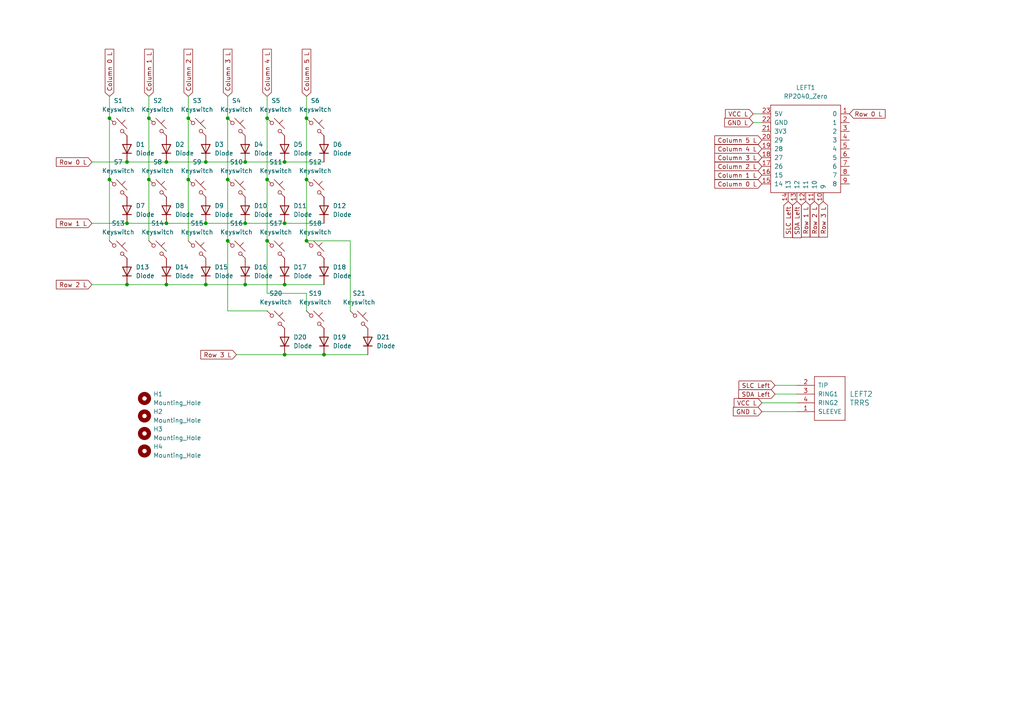
<source format=kicad_sch>
(kicad_sch (version 20230121) (generator eeschema)

  (uuid 20c2131a-6e90-4326-accd-523dbce6c538)

  (paper "A4")

  (lib_symbols
    (symbol "ScottoKeebs:MCU_RP2040_Zero" (pin_names (offset 1.016)) (in_bom yes) (on_board yes)
      (property "Reference" "U" (at 0 15.24 0)
        (effects (font (size 1.27 1.27)))
      )
      (property "Value" "RP2040_Zero" (at 0 12.7 0)
        (effects (font (size 1.27 1.27)))
      )
      (property "Footprint" "ScottoKeebs_MCU:RP2040_Zero" (at -8.89 5.08 0)
        (effects (font (size 1.27 1.27)) hide)
      )
      (property "Datasheet" "" (at -8.89 5.08 0)
        (effects (font (size 1.27 1.27)) hide)
      )
      (symbol "MCU_RP2040_Zero_0_1"
        (rectangle (start -10.16 11.43) (end 10.16 -13.97)
          (stroke (width 0) (type default))
          (fill (type none))
        )
      )
      (symbol "MCU_RP2040_Zero_1_1"
        (pin bidirectional line (at 12.7 8.89 180) (length 2.54)
          (name "0" (effects (font (size 1.27 1.27))))
          (number "1" (effects (font (size 1.27 1.27))))
        )
        (pin bidirectional line (at 5.08 -16.51 90) (length 2.54)
          (name "9" (effects (font (size 1.27 1.27))))
          (number "10" (effects (font (size 1.27 1.27))))
        )
        (pin bidirectional line (at 2.54 -16.51 90) (length 2.54)
          (name "10" (effects (font (size 1.27 1.27))))
          (number "11" (effects (font (size 1.27 1.27))))
        )
        (pin bidirectional line (at 0 -16.51 90) (length 2.54)
          (name "11" (effects (font (size 1.27 1.27))))
          (number "12" (effects (font (size 1.27 1.27))))
        )
        (pin bidirectional line (at -2.54 -16.51 90) (length 2.54)
          (name "12" (effects (font (size 1.27 1.27))))
          (number "13" (effects (font (size 1.27 1.27))))
        )
        (pin bidirectional line (at -5.08 -16.51 90) (length 2.54)
          (name "13" (effects (font (size 1.27 1.27))))
          (number "14" (effects (font (size 1.27 1.27))))
        )
        (pin bidirectional line (at -12.7 -11.43 0) (length 2.54)
          (name "14" (effects (font (size 1.27 1.27))))
          (number "15" (effects (font (size 1.27 1.27))))
        )
        (pin bidirectional line (at -12.7 -8.89 0) (length 2.54)
          (name "15" (effects (font (size 1.27 1.27))))
          (number "16" (effects (font (size 1.27 1.27))))
        )
        (pin bidirectional line (at -12.7 -6.35 0) (length 2.54)
          (name "26" (effects (font (size 1.27 1.27))))
          (number "17" (effects (font (size 1.27 1.27))))
        )
        (pin bidirectional line (at -12.7 -3.81 0) (length 2.54)
          (name "27" (effects (font (size 1.27 1.27))))
          (number "18" (effects (font (size 1.27 1.27))))
        )
        (pin bidirectional line (at -12.7 -1.27 0) (length 2.54)
          (name "28" (effects (font (size 1.27 1.27))))
          (number "19" (effects (font (size 1.27 1.27))))
        )
        (pin bidirectional line (at 12.7 6.35 180) (length 2.54)
          (name "1" (effects (font (size 1.27 1.27))))
          (number "2" (effects (font (size 1.27 1.27))))
        )
        (pin bidirectional line (at -12.7 1.27 0) (length 2.54)
          (name "29" (effects (font (size 1.27 1.27))))
          (number "20" (effects (font (size 1.27 1.27))))
        )
        (pin power_out line (at -12.7 3.81 0) (length 2.54)
          (name "3V3" (effects (font (size 1.27 1.27))))
          (number "21" (effects (font (size 1.27 1.27))))
        )
        (pin power_out line (at -12.7 6.35 0) (length 2.54)
          (name "GND" (effects (font (size 1.27 1.27))))
          (number "22" (effects (font (size 1.27 1.27))))
        )
        (pin power_out line (at -12.7 8.89 0) (length 2.54)
          (name "5V" (effects (font (size 1.27 1.27))))
          (number "23" (effects (font (size 1.27 1.27))))
        )
        (pin bidirectional line (at 12.7 3.81 180) (length 2.54)
          (name "2" (effects (font (size 1.27 1.27))))
          (number "3" (effects (font (size 1.27 1.27))))
        )
        (pin bidirectional line (at 12.7 1.27 180) (length 2.54)
          (name "3" (effects (font (size 1.27 1.27))))
          (number "4" (effects (font (size 1.27 1.27))))
        )
        (pin bidirectional line (at 12.7 -1.27 180) (length 2.54)
          (name "4" (effects (font (size 1.27 1.27))))
          (number "5" (effects (font (size 1.27 1.27))))
        )
        (pin bidirectional line (at 12.7 -3.81 180) (length 2.54)
          (name "5" (effects (font (size 1.27 1.27))))
          (number "6" (effects (font (size 1.27 1.27))))
        )
        (pin bidirectional line (at 12.7 -6.35 180) (length 2.54)
          (name "6" (effects (font (size 1.27 1.27))))
          (number "7" (effects (font (size 1.27 1.27))))
        )
        (pin bidirectional line (at 12.7 -8.89 180) (length 2.54)
          (name "7" (effects (font (size 1.27 1.27))))
          (number "8" (effects (font (size 1.27 1.27))))
        )
        (pin bidirectional line (at 12.7 -11.43 180) (length 2.54)
          (name "8" (effects (font (size 1.27 1.27))))
          (number "9" (effects (font (size 1.27 1.27))))
        )
      )
    )
    (symbol "ScottoKeebs:Placeholder_Diode" (pin_numbers hide) (pin_names hide) (in_bom yes) (on_board yes)
      (property "Reference" "D" (at 0 2.54 0)
        (effects (font (size 1.27 1.27)))
      )
      (property "Value" "Diode" (at 0 -2.54 0)
        (effects (font (size 1.27 1.27)))
      )
      (property "Footprint" "" (at 0 0 0)
        (effects (font (size 1.27 1.27)) hide)
      )
      (property "Datasheet" "" (at 0 0 0)
        (effects (font (size 1.27 1.27)) hide)
      )
      (property "Sim.Device" "D" (at 0 0 0)
        (effects (font (size 1.27 1.27)) hide)
      )
      (property "Sim.Pins" "1=K 2=A" (at 0 0 0)
        (effects (font (size 1.27 1.27)) hide)
      )
      (property "ki_keywords" "diode" (at 0 0 0)
        (effects (font (size 1.27 1.27)) hide)
      )
      (property "ki_description" "1N4148 (DO-35) or 1N4148W (SOD-123)" (at 0 0 0)
        (effects (font (size 1.27 1.27)) hide)
      )
      (property "ki_fp_filters" "D*DO?35*" (at 0 0 0)
        (effects (font (size 1.27 1.27)) hide)
      )
      (symbol "Placeholder_Diode_0_1"
        (polyline
          (pts
            (xy -1.27 1.27)
            (xy -1.27 -1.27)
          )
          (stroke (width 0.254) (type default))
          (fill (type none))
        )
        (polyline
          (pts
            (xy 1.27 0)
            (xy -1.27 0)
          )
          (stroke (width 0) (type default))
          (fill (type none))
        )
        (polyline
          (pts
            (xy 1.27 1.27)
            (xy 1.27 -1.27)
            (xy -1.27 0)
            (xy 1.27 1.27)
          )
          (stroke (width 0.254) (type default))
          (fill (type none))
        )
      )
      (symbol "Placeholder_Diode_1_1"
        (pin passive line (at -3.81 0 0) (length 2.54)
          (name "K" (effects (font (size 1.27 1.27))))
          (number "1" (effects (font (size 1.27 1.27))))
        )
        (pin passive line (at 3.81 0 180) (length 2.54)
          (name "A" (effects (font (size 1.27 1.27))))
          (number "2" (effects (font (size 1.27 1.27))))
        )
      )
    )
    (symbol "ScottoKeebs:Placeholder_Keyswitch" (pin_numbers hide) (pin_names (offset 1.016) hide) (in_bom yes) (on_board yes)
      (property "Reference" "S" (at 3.048 1.016 0)
        (effects (font (size 1.27 1.27)) (justify left))
      )
      (property "Value" "Keyswitch" (at 0 -3.81 0)
        (effects (font (size 1.27 1.27)))
      )
      (property "Footprint" "" (at 0 0 0)
        (effects (font (size 1.27 1.27)) hide)
      )
      (property "Datasheet" "~" (at 0 0 0)
        (effects (font (size 1.27 1.27)) hide)
      )
      (property "ki_keywords" "switch normally-open pushbutton push-button" (at 0 0 0)
        (effects (font (size 1.27 1.27)) hide)
      )
      (property "ki_description" "Push button switch, normally open, two pins, 45° tilted" (at 0 0 0)
        (effects (font (size 1.27 1.27)) hide)
      )
      (symbol "Placeholder_Keyswitch_0_1"
        (circle (center -1.1684 1.1684) (radius 0.508)
          (stroke (width 0) (type default))
          (fill (type none))
        )
        (polyline
          (pts
            (xy -0.508 2.54)
            (xy 2.54 -0.508)
          )
          (stroke (width 0) (type default))
          (fill (type none))
        )
        (polyline
          (pts
            (xy 1.016 1.016)
            (xy 2.032 2.032)
          )
          (stroke (width 0) (type default))
          (fill (type none))
        )
        (polyline
          (pts
            (xy -2.54 2.54)
            (xy -1.524 1.524)
            (xy -1.524 1.524)
          )
          (stroke (width 0) (type default))
          (fill (type none))
        )
        (polyline
          (pts
            (xy 1.524 -1.524)
            (xy 2.54 -2.54)
            (xy 2.54 -2.54)
            (xy 2.54 -2.54)
          )
          (stroke (width 0) (type default))
          (fill (type none))
        )
        (circle (center 1.143 -1.1938) (radius 0.508)
          (stroke (width 0) (type default))
          (fill (type none))
        )
        (pin passive line (at -2.54 2.54 0) (length 0)
          (name "1" (effects (font (size 1.27 1.27))))
          (number "1" (effects (font (size 1.27 1.27))))
        )
        (pin passive line (at 2.54 -2.54 180) (length 0)
          (name "2" (effects (font (size 1.27 1.27))))
          (number "2" (effects (font (size 1.27 1.27))))
        )
      )
    )
    (symbol "ScottoKeebs:Placeholder_Mounting_Hole" (pin_names (offset 1.016)) (in_bom yes) (on_board yes)
      (property "Reference" "H" (at 0 5.08 0)
        (effects (font (size 1.27 1.27)))
      )
      (property "Value" "Mounting_Hole" (at 0 3.175 0)
        (effects (font (size 1.27 1.27)))
      )
      (property "Footprint" "" (at 0 0 0)
        (effects (font (size 1.27 1.27)) hide)
      )
      (property "Datasheet" "~" (at 0 0 0)
        (effects (font (size 1.27 1.27)) hide)
      )
      (property "ki_keywords" "mounting hole" (at 0 0 0)
        (effects (font (size 1.27 1.27)) hide)
      )
      (property "ki_description" "Mounting Hole without connection" (at 0 0 0)
        (effects (font (size 1.27 1.27)) hide)
      )
      (property "ki_fp_filters" "MountingHole*" (at 0 0 0)
        (effects (font (size 1.27 1.27)) hide)
      )
      (symbol "Placeholder_Mounting_Hole_0_1"
        (circle (center 0 0) (radius 1.27)
          (stroke (width 1.27) (type default))
          (fill (type none))
        )
      )
    )
    (symbol "ScottoKeebs:Placeholder_TRRS" (pin_names (offset 1.016)) (in_bom yes) (on_board yes)
      (property "Reference" "U" (at 0 15.24 0)
        (effects (font (size 1.524 1.524)))
      )
      (property "Value" "TRRS" (at 0 -2.54 0)
        (effects (font (size 1.524 1.524)))
      )
      (property "Footprint" "ScottoKeebs_Components:TRRS_PJ-320A" (at 3.81 0 0)
        (effects (font (size 1.524 1.524)) hide)
      )
      (property "Datasheet" "" (at 3.81 0 0)
        (effects (font (size 1.524 1.524)) hide)
      )
      (symbol "Placeholder_TRRS_0_1"
        (rectangle (start -3.81 0) (end -3.81 12.7)
          (stroke (width 0) (type solid))
          (fill (type none))
        )
        (rectangle (start -3.81 0) (end 5.08 0)
          (stroke (width 0) (type solid))
          (fill (type none))
        )
        (rectangle (start -3.81 12.7) (end 5.08 12.7)
          (stroke (width 0) (type solid))
          (fill (type none))
        )
        (rectangle (start 5.08 12.7) (end 5.08 0)
          (stroke (width 0) (type solid))
          (fill (type none))
        )
      )
      (symbol "Placeholder_TRRS_1_1"
        (pin input line (at -8.89 2.54 0) (length 5.08)
          (name "SLEEVE" (effects (font (size 1.27 1.27))))
          (number "1" (effects (font (size 1.27 1.27))))
        )
        (pin input line (at -8.89 10.16 0) (length 5.08)
          (name "TIP" (effects (font (size 1.27 1.27))))
          (number "2" (effects (font (size 1.27 1.27))))
        )
        (pin input line (at -8.89 7.62 0) (length 5.08)
          (name "RING1" (effects (font (size 1.27 1.27))))
          (number "3" (effects (font (size 1.27 1.27))))
        )
        (pin input line (at -8.89 5.08 0) (length 5.08)
          (name "RING2" (effects (font (size 1.27 1.27))))
          (number "4" (effects (font (size 1.27 1.27))))
        )
      )
    )
  )

  (junction (at 43.18 52.07) (diameter 0) (color 0 0 0 0)
    (uuid 00d70eea-3d2c-418d-b17f-0061a790864d)
  )
  (junction (at 59.69 64.77) (diameter 0) (color 0 0 0 0)
    (uuid 026dd7b5-51e7-4fde-a052-50cf118894c3)
  )
  (junction (at 71.12 64.77) (diameter 0) (color 0 0 0 0)
    (uuid 0fc68dfc-801f-414d-87fe-c568c2676898)
  )
  (junction (at 82.55 82.55) (diameter 0) (color 0 0 0 0)
    (uuid 1418c115-5b61-4c1c-934f-ab275fcc3c42)
  )
  (junction (at 66.04 69.85) (diameter 0) (color 0 0 0 0)
    (uuid 1a97e428-7479-439f-a10b-379ec3833fcf)
  )
  (junction (at 59.69 46.99) (diameter 0) (color 0 0 0 0)
    (uuid 25496f00-a6ef-4421-b9f7-cc6cd1f59529)
  )
  (junction (at 66.04 52.07) (diameter 0) (color 0 0 0 0)
    (uuid 2fac6ed3-6dbb-4882-8b7d-f3383aef050e)
  )
  (junction (at 59.69 82.55) (diameter 0) (color 0 0 0 0)
    (uuid 388ab398-adc1-45b1-9a25-3c827d4e1e66)
  )
  (junction (at 77.47 69.85) (diameter 0) (color 0 0 0 0)
    (uuid 3e703e91-d0f6-4df4-82bb-a6e105d6cf05)
  )
  (junction (at 48.26 64.77) (diameter 0) (color 0 0 0 0)
    (uuid 423a919d-a71e-4d56-b053-786dcf0984aa)
  )
  (junction (at 88.9 52.07) (diameter 0) (color 0 0 0 0)
    (uuid 43d214ca-b4c8-4f63-ba1d-7d81b9090739)
  )
  (junction (at 48.26 46.99) (diameter 0) (color 0 0 0 0)
    (uuid 46fbdc68-7f44-45ab-af0d-95afb6c1a110)
  )
  (junction (at 48.26 82.55) (diameter 0) (color 0 0 0 0)
    (uuid 49cc72f4-4a13-46c0-b68a-f2b841a4611e)
  )
  (junction (at 82.55 64.77) (diameter 0) (color 0 0 0 0)
    (uuid 4dfb2b2a-6199-4920-8a0f-db38691b69ff)
  )
  (junction (at 71.12 46.99) (diameter 0) (color 0 0 0 0)
    (uuid 654bf958-7458-4b50-9198-d8d13dfc9d34)
  )
  (junction (at 66.04 34.29) (diameter 0) (color 0 0 0 0)
    (uuid 689fff36-b5dd-4add-b280-b7cbbce762e1)
  )
  (junction (at 31.75 34.29) (diameter 0) (color 0 0 0 0)
    (uuid 6b811ad9-56d9-42c6-b610-0f9175542bd7)
  )
  (junction (at 31.75 52.07) (diameter 0) (color 0 0 0 0)
    (uuid 7ab23440-f612-4061-a527-f404c9748302)
  )
  (junction (at 43.18 34.29) (diameter 0) (color 0 0 0 0)
    (uuid 7da36c8a-a69c-469b-a601-e84427df86bd)
  )
  (junction (at 36.83 82.55) (diameter 0) (color 0 0 0 0)
    (uuid 870b8f54-ffa0-4c27-ae07-6e8ec9b12dc5)
  )
  (junction (at 71.12 82.55) (diameter 0) (color 0 0 0 0)
    (uuid 97338ac2-a12f-4274-a8f9-a6b988ecc1b9)
  )
  (junction (at 36.83 64.77) (diameter 0) (color 0 0 0 0)
    (uuid 97597532-41e9-4c64-b9e3-5c4843d82503)
  )
  (junction (at 77.47 34.29) (diameter 0) (color 0 0 0 0)
    (uuid 99b65cb0-2b33-4d44-8bf5-a7d40bee008e)
  )
  (junction (at 54.61 34.29) (diameter 0) (color 0 0 0 0)
    (uuid a0c3c5bc-10d3-4265-93c0-02d56794d802)
  )
  (junction (at 54.61 52.07) (diameter 0) (color 0 0 0 0)
    (uuid a83d87aa-0bd0-4652-8fb8-e11d378a3e61)
  )
  (junction (at 93.98 102.87) (diameter 0) (color 0 0 0 0)
    (uuid aa16da3d-7519-408f-a596-4488151fa562)
  )
  (junction (at 77.47 52.07) (diameter 0) (color 0 0 0 0)
    (uuid b4c93766-a6e3-49c3-83e0-d1c80d7e3407)
  )
  (junction (at 82.55 102.87) (diameter 0) (color 0 0 0 0)
    (uuid c7200b5e-4e3e-4a8e-b9d3-117cb799a750)
  )
  (junction (at 36.83 46.99) (diameter 0) (color 0 0 0 0)
    (uuid e2e172f1-6088-4d9b-a49c-bafc027c8d9f)
  )
  (junction (at 88.9 34.29) (diameter 0) (color 0 0 0 0)
    (uuid f0df0cc3-8549-4355-979a-fa59965da399)
  )
  (junction (at 88.9 69.85) (diameter 0) (color 0 0 0 0)
    (uuid f825bd3f-dc91-4069-ab73-6e1e623e25b4)
  )
  (junction (at 82.55 46.99) (diameter 0) (color 0 0 0 0)
    (uuid f9d2c26e-5407-4f5d-962a-f9831a3340c4)
  )

  (wire (pts (xy 93.98 102.87) (xy 106.68 102.87))
    (stroke (width 0) (type default))
    (uuid 093ac543-5aca-4687-9792-04f851487e14)
  )
  (wire (pts (xy 31.75 27.94) (xy 31.75 34.29))
    (stroke (width 0) (type default))
    (uuid 098a3aa5-eaed-400b-9ea8-47987da3cf0f)
  )
  (wire (pts (xy 88.9 34.29) (xy 88.9 52.07))
    (stroke (width 0) (type default))
    (uuid 0b845525-e98d-4386-b477-48e5a6a969b9)
  )
  (wire (pts (xy 71.12 82.55) (xy 82.55 82.55))
    (stroke (width 0) (type default))
    (uuid 0f35db5b-1e30-4a74-8c62-271fa5d128e0)
  )
  (wire (pts (xy 218.44 33.02) (xy 220.98 33.02))
    (stroke (width 0) (type default))
    (uuid 124df139-feb3-440c-9b99-ef0e6c8b6b47)
  )
  (wire (pts (xy 59.69 64.77) (xy 71.12 64.77))
    (stroke (width 0) (type default))
    (uuid 1818800f-c314-4695-8c12-49d7facc7488)
  )
  (wire (pts (xy 59.69 46.99) (xy 71.12 46.99))
    (stroke (width 0) (type default))
    (uuid 19f95371-0237-456f-8010-f5a0a439f604)
  )
  (wire (pts (xy 36.83 46.99) (xy 48.26 46.99))
    (stroke (width 0) (type default))
    (uuid 1bc28b20-daa2-40b8-afc8-8ff6476ac451)
  )
  (wire (pts (xy 31.75 52.07) (xy 31.75 69.85))
    (stroke (width 0) (type default))
    (uuid 22249b3f-fa87-443f-a9ba-59cf60b8cd83)
  )
  (wire (pts (xy 26.67 82.55) (xy 36.83 82.55))
    (stroke (width 0) (type default))
    (uuid 2bfa2d75-82b1-47dc-b813-a4d765e9a41a)
  )
  (wire (pts (xy 88.9 27.94) (xy 88.9 34.29))
    (stroke (width 0) (type default))
    (uuid 2e5cb770-597b-4ef6-b02e-bb9b55930656)
  )
  (wire (pts (xy 59.69 82.55) (xy 71.12 82.55))
    (stroke (width 0) (type default))
    (uuid 3158ed06-9d04-453b-a78f-1f2520520b26)
  )
  (wire (pts (xy 54.61 52.07) (xy 54.61 69.85))
    (stroke (width 0) (type default))
    (uuid 3467e997-364c-4024-9f71-1789a9fc1d26)
  )
  (wire (pts (xy 77.47 85.09) (xy 77.47 69.85))
    (stroke (width 0) (type default))
    (uuid 45d626f9-3435-4ca5-a59f-640d031b3d39)
  )
  (wire (pts (xy 31.75 34.29) (xy 31.75 52.07))
    (stroke (width 0) (type default))
    (uuid 4b695a7c-535d-4377-80b9-b9d4d85975dd)
  )
  (wire (pts (xy 218.44 35.56) (xy 220.98 35.56))
    (stroke (width 0) (type default))
    (uuid 4c1359d1-43ca-4229-9649-1a42ee03630e)
  )
  (wire (pts (xy 77.47 34.29) (xy 77.47 52.07))
    (stroke (width 0) (type default))
    (uuid 60c9b90d-300d-4c97-bc38-ce4bc9447572)
  )
  (wire (pts (xy 88.9 52.07) (xy 88.9 69.85))
    (stroke (width 0) (type default))
    (uuid 670738ec-3a6b-4664-a970-f1f9da042671)
  )
  (wire (pts (xy 82.55 64.77) (xy 93.98 64.77))
    (stroke (width 0) (type default))
    (uuid 73984eac-39c8-4acc-a267-14a01abf4758)
  )
  (wire (pts (xy 101.6 90.17) (xy 101.6 69.85))
    (stroke (width 0) (type default))
    (uuid 77e84d8c-fe89-46a3-8f6e-868324c74361)
  )
  (wire (pts (xy 54.61 27.94) (xy 54.61 34.29))
    (stroke (width 0) (type default))
    (uuid 7eaf022c-5c74-4f9c-9e3f-791d7b87e849)
  )
  (wire (pts (xy 68.58 102.87) (xy 82.55 102.87))
    (stroke (width 0) (type default))
    (uuid 824aab7d-b95e-4ced-95b9-cc31ff507c9b)
  )
  (wire (pts (xy 26.67 46.99) (xy 36.83 46.99))
    (stroke (width 0) (type default))
    (uuid 87718636-f8a8-4780-80a3-555595f6cffb)
  )
  (wire (pts (xy 43.18 34.29) (xy 43.18 52.07))
    (stroke (width 0) (type default))
    (uuid 8ccbe26e-8cd2-4416-93ef-9810e63f4771)
  )
  (wire (pts (xy 77.47 52.07) (xy 77.47 69.85))
    (stroke (width 0) (type default))
    (uuid 91248c78-f5b2-45b1-97ed-098ed7270ed3)
  )
  (wire (pts (xy 26.67 64.77) (xy 36.83 64.77))
    (stroke (width 0) (type default))
    (uuid 93aa8770-622a-4731-8033-fe9419fbf5c9)
  )
  (wire (pts (xy 54.61 34.29) (xy 54.61 52.07))
    (stroke (width 0) (type default))
    (uuid 9554a943-c02a-4ce8-ab3c-f8552c41b7f6)
  )
  (wire (pts (xy 88.9 90.17) (xy 88.9 85.09))
    (stroke (width 0) (type default))
    (uuid 982835ea-d18b-4d7d-b98c-35acad1a1923)
  )
  (wire (pts (xy 82.55 82.55) (xy 93.98 82.55))
    (stroke (width 0) (type default))
    (uuid 9f7b80fa-432f-411b-81f2-8773364e44a2)
  )
  (wire (pts (xy 224.79 111.76) (xy 231.14 111.76))
    (stroke (width 0) (type default))
    (uuid a44c3ac1-3967-4313-8278-bf4b2b9c36ba)
  )
  (wire (pts (xy 224.79 114.3) (xy 231.14 114.3))
    (stroke (width 0) (type default))
    (uuid a44f488d-7ae8-4301-bc52-d6a325e7e5b3)
  )
  (wire (pts (xy 66.04 69.85) (xy 66.04 90.17))
    (stroke (width 0) (type default))
    (uuid a587f508-fbc9-4b36-a7ec-14d7448d93b5)
  )
  (wire (pts (xy 82.55 102.87) (xy 93.98 102.87))
    (stroke (width 0) (type default))
    (uuid abee3ccd-08cc-4286-bb11-0dedc2f03de7)
  )
  (wire (pts (xy 77.47 90.17) (xy 66.04 90.17))
    (stroke (width 0) (type default))
    (uuid acaec1c3-25c1-49f5-9d51-cbcc8ce95196)
  )
  (wire (pts (xy 66.04 52.07) (xy 66.04 69.85))
    (stroke (width 0) (type default))
    (uuid b01ac4aa-a35a-4c0f-b096-357f8f0e167c)
  )
  (wire (pts (xy 36.83 82.55) (xy 48.26 82.55))
    (stroke (width 0) (type default))
    (uuid b0ba4e1f-644c-4a5a-a867-dffe01905b6c)
  )
  (wire (pts (xy 220.98 116.84) (xy 231.14 116.84))
    (stroke (width 0) (type default))
    (uuid b185c16d-eedb-4e3c-a066-fc1a9f42231f)
  )
  (wire (pts (xy 66.04 34.29) (xy 66.04 52.07))
    (stroke (width 0) (type default))
    (uuid b278ffe5-26dd-45e2-af7a-3fd1aad3cd5a)
  )
  (wire (pts (xy 43.18 52.07) (xy 43.18 69.85))
    (stroke (width 0) (type default))
    (uuid b56b2ef2-b092-480b-99a2-fdc2b7b11611)
  )
  (wire (pts (xy 43.18 27.94) (xy 43.18 34.29))
    (stroke (width 0) (type default))
    (uuid b814fd56-d8bf-4b11-aee9-a0d8efe161fa)
  )
  (wire (pts (xy 48.26 46.99) (xy 59.69 46.99))
    (stroke (width 0) (type default))
    (uuid ba3b5fd1-45fb-4b24-8fac-b62f993ec3ac)
  )
  (wire (pts (xy 82.55 46.99) (xy 93.98 46.99))
    (stroke (width 0) (type default))
    (uuid ba5da128-9661-46c5-a100-9601aff46349)
  )
  (wire (pts (xy 101.6 69.85) (xy 88.9 69.85))
    (stroke (width 0) (type default))
    (uuid bad02921-68df-44a8-9cb5-3fd4e5274a6d)
  )
  (wire (pts (xy 71.12 46.99) (xy 82.55 46.99))
    (stroke (width 0) (type default))
    (uuid c94e5339-6a7c-4e37-b1ac-5944d8ddaad8)
  )
  (wire (pts (xy 66.04 27.94) (xy 66.04 34.29))
    (stroke (width 0) (type default))
    (uuid d2851cd8-f8f0-4903-8a89-f84eede448fd)
  )
  (wire (pts (xy 77.47 27.94) (xy 77.47 34.29))
    (stroke (width 0) (type default))
    (uuid d6026419-f658-437b-a049-8d8bf23415e7)
  )
  (wire (pts (xy 220.98 119.38) (xy 231.14 119.38))
    (stroke (width 0) (type default))
    (uuid dca9466f-7efd-4f04-890b-4646da1b447e)
  )
  (wire (pts (xy 36.83 64.77) (xy 48.26 64.77))
    (stroke (width 0) (type default))
    (uuid dfd74d82-f0a6-4990-a570-2d6641b2bf89)
  )
  (wire (pts (xy 71.12 64.77) (xy 82.55 64.77))
    (stroke (width 0) (type default))
    (uuid eced3abe-1766-41fe-b272-28b2c3d28e5e)
  )
  (wire (pts (xy 48.26 64.77) (xy 59.69 64.77))
    (stroke (width 0) (type default))
    (uuid eebc2dc7-2e9a-4fa3-86ef-649a4244c80a)
  )
  (wire (pts (xy 88.9 85.09) (xy 77.47 85.09))
    (stroke (width 0) (type default))
    (uuid f6272c0e-dd45-445d-8117-38bb39e54722)
  )
  (wire (pts (xy 48.26 82.55) (xy 59.69 82.55))
    (stroke (width 0) (type default))
    (uuid f6b93da8-0fd5-47b9-811f-27dac567a34e)
  )

  (global_label "Row 2 L" (shape input) (at 26.67 82.55 180) (fields_autoplaced)
    (effects (font (size 1.27 1.27)) (justify right))
    (uuid 02e9453d-d525-489a-acf1-21752dced49f)
    (property "Intersheetrefs" "${INTERSHEET_REFS}" (at 15.7625 82.55 0)
      (effects (font (size 1.27 1.27)) (justify right) hide)
    )
  )
  (global_label "Column 5 L" (shape input) (at 220.98 40.64 180) (fields_autoplaced)
    (effects (font (size 1.27 1.27)) (justify right))
    (uuid 0a5ef28d-d216-4c2c-b07e-6181903e775e)
    (property "Intersheetrefs" "${INTERSHEET_REFS}" (at 206.7465 40.64 0)
      (effects (font (size 1.27 1.27)) (justify right) hide)
    )
  )
  (global_label "Row 3 L" (shape input) (at 238.76 58.42 270) (fields_autoplaced)
    (effects (font (size 1.27 1.27)) (justify right))
    (uuid 0c4bd0e0-2f7f-4798-aa01-3f224d7c95f7)
    (property "Intersheetrefs" "${INTERSHEET_REFS}" (at 238.76 69.3275 90)
      (effects (font (size 1.27 1.27)) (justify right) hide)
    )
  )
  (global_label "Column 5 L" (shape input) (at 88.9 27.94 90) (fields_autoplaced)
    (effects (font (size 1.27 1.27)) (justify left))
    (uuid 126ee2b8-228e-4f69-87ed-16084381706c)
    (property "Intersheetrefs" "${INTERSHEET_REFS}" (at 88.9 13.7065 90)
      (effects (font (size 1.27 1.27)) (justify left) hide)
    )
  )
  (global_label "SDA Left" (shape input) (at 224.79 114.3 180) (fields_autoplaced)
    (effects (font (size 1.27 1.27)) (justify right))
    (uuid 20cbb86c-7aff-4a0c-832d-e02038f24253)
    (property "Intersheetrefs" "${INTERSHEET_REFS}" (at 213.701 114.3 0)
      (effects (font (size 1.27 1.27)) (justify right) hide)
    )
  )
  (global_label "Column 1 L" (shape input) (at 43.18 27.94 90) (fields_autoplaced)
    (effects (font (size 1.27 1.27)) (justify left))
    (uuid 20e50612-f10f-4b97-80b3-108261e599d3)
    (property "Intersheetrefs" "${INTERSHEET_REFS}" (at 43.18 13.7065 90)
      (effects (font (size 1.27 1.27)) (justify left) hide)
    )
  )
  (global_label "Column 1 L" (shape input) (at 220.98 50.8 180) (fields_autoplaced)
    (effects (font (size 1.27 1.27)) (justify right))
    (uuid 32742623-681b-4fe1-a28d-d0cfe84bdf4d)
    (property "Intersheetrefs" "${INTERSHEET_REFS}" (at 206.7465 50.8 0)
      (effects (font (size 1.27 1.27)) (justify right) hide)
    )
  )
  (global_label "Column 4 L" (shape input) (at 77.47 27.94 90) (fields_autoplaced)
    (effects (font (size 1.27 1.27)) (justify left))
    (uuid 53b8b6dd-65e2-48ec-bf8b-5fa83cdba5d0)
    (property "Intersheetrefs" "${INTERSHEET_REFS}" (at 77.47 13.7065 90)
      (effects (font (size 1.27 1.27)) (justify left) hide)
    )
  )
  (global_label "Column 2 L" (shape input) (at 220.98 48.26 180) (fields_autoplaced)
    (effects (font (size 1.27 1.27)) (justify right))
    (uuid 609789fd-67f2-4d3f-a47f-a4f55a3b7882)
    (property "Intersheetrefs" "${INTERSHEET_REFS}" (at 206.7465 48.26 0)
      (effects (font (size 1.27 1.27)) (justify right) hide)
    )
  )
  (global_label "Row 0 L" (shape input) (at 26.67 46.99 180) (fields_autoplaced)
    (effects (font (size 1.27 1.27)) (justify right))
    (uuid 60e226df-3af1-4499-9eb8-9815adca9a13)
    (property "Intersheetrefs" "${INTERSHEET_REFS}" (at 15.7625 46.99 0)
      (effects (font (size 1.27 1.27)) (justify right) hide)
    )
  )
  (global_label "Row 2 L" (shape input) (at 236.22 58.42 270) (fields_autoplaced)
    (effects (font (size 1.27 1.27)) (justify right))
    (uuid 6474f1ad-c89e-4eb4-b075-a547dba2e18d)
    (property "Intersheetrefs" "${INTERSHEET_REFS}" (at 236.22 69.3275 90)
      (effects (font (size 1.27 1.27)) (justify right) hide)
    )
  )
  (global_label "GND L" (shape input) (at 220.98 119.38 180) (fields_autoplaced)
    (effects (font (size 1.27 1.27)) (justify right))
    (uuid 6f052634-7374-49df-b75f-6a77697c4385)
    (property "Intersheetrefs" "${INTERSHEET_REFS}" (at 212.1286 119.38 0)
      (effects (font (size 1.27 1.27)) (justify right) hide)
    )
  )
  (global_label "Row 0 L" (shape input) (at 246.38 33.02 0) (fields_autoplaced)
    (effects (font (size 1.27 1.27)) (justify left))
    (uuid 76a61272-d8d8-4563-8a9a-7bc0b4f1910d)
    (property "Intersheetrefs" "${INTERSHEET_REFS}" (at 257.2875 33.02 0)
      (effects (font (size 1.27 1.27)) (justify left) hide)
    )
  )
  (global_label "GND L" (shape input) (at 218.44 35.56 180) (fields_autoplaced)
    (effects (font (size 1.27 1.27)) (justify right))
    (uuid 7b0cd461-83b1-45b2-a73d-6be75fe11faf)
    (property "Intersheetrefs" "${INTERSHEET_REFS}" (at 209.5886 35.56 0)
      (effects (font (size 1.27 1.27)) (justify right) hide)
    )
  )
  (global_label "Row 1 L" (shape input) (at 233.68 58.42 270) (fields_autoplaced)
    (effects (font (size 1.27 1.27)) (justify right))
    (uuid 7bcce8f3-15aa-4828-b707-dd0882f92e98)
    (property "Intersheetrefs" "${INTERSHEET_REFS}" (at 233.68 69.3275 90)
      (effects (font (size 1.27 1.27)) (justify right) hide)
    )
  )
  (global_label "Column 4 L" (shape input) (at 220.98 43.18 180) (fields_autoplaced)
    (effects (font (size 1.27 1.27)) (justify right))
    (uuid 8a0c083e-aa0b-46ca-ba1a-9c441e9b2391)
    (property "Intersheetrefs" "${INTERSHEET_REFS}" (at 206.7465 43.18 0)
      (effects (font (size 1.27 1.27)) (justify right) hide)
    )
  )
  (global_label "SDA Left" (shape input) (at 231.14 58.42 270) (fields_autoplaced)
    (effects (font (size 1.27 1.27)) (justify right))
    (uuid 8e145289-9d1d-484e-bdd8-4fd8b7953a84)
    (property "Intersheetrefs" "${INTERSHEET_REFS}" (at 231.14 69.509 90)
      (effects (font (size 1.27 1.27)) (justify right) hide)
    )
  )
  (global_label "Row 1 L" (shape input) (at 26.67 64.77 180) (fields_autoplaced)
    (effects (font (size 1.27 1.27)) (justify right))
    (uuid 9133a20c-b303-451d-a1ce-80a016f24faa)
    (property "Intersheetrefs" "${INTERSHEET_REFS}" (at 15.7625 64.77 0)
      (effects (font (size 1.27 1.27)) (justify right) hide)
    )
  )
  (global_label "Row 3 L" (shape input) (at 68.58 102.87 180) (fields_autoplaced)
    (effects (font (size 1.27 1.27)) (justify right))
    (uuid 9452bafc-f38c-4e60-8809-3b340957b328)
    (property "Intersheetrefs" "${INTERSHEET_REFS}" (at 57.6725 102.87 0)
      (effects (font (size 1.27 1.27)) (justify right) hide)
    )
  )
  (global_label "Column 3 L" (shape input) (at 66.04 27.94 90) (fields_autoplaced)
    (effects (font (size 1.27 1.27)) (justify left))
    (uuid b6f897c0-51f2-4408-8d07-674a79b460f9)
    (property "Intersheetrefs" "${INTERSHEET_REFS}" (at 66.04 13.7065 90)
      (effects (font (size 1.27 1.27)) (justify left) hide)
    )
  )
  (global_label "SLC Left" (shape input) (at 224.79 111.76 180) (fields_autoplaced)
    (effects (font (size 1.27 1.27)) (justify right))
    (uuid bcea5dba-0f27-41c0-b4e9-ace93d5d9e44)
    (property "Intersheetrefs" "${INTERSHEET_REFS}" (at 213.7615 111.76 0)
      (effects (font (size 1.27 1.27)) (justify right) hide)
    )
  )
  (global_label "Column 0 L" (shape input) (at 220.98 53.34 180) (fields_autoplaced)
    (effects (font (size 1.27 1.27)) (justify right))
    (uuid c1f67780-ba00-45a8-b03a-8176b9bc6166)
    (property "Intersheetrefs" "${INTERSHEET_REFS}" (at 206.7465 53.34 0)
      (effects (font (size 1.27 1.27)) (justify right) hide)
    )
  )
  (global_label "VCC L" (shape input) (at 220.98 116.84 180) (fields_autoplaced)
    (effects (font (size 1.27 1.27)) (justify right))
    (uuid dddbe1a6-046b-429b-9979-0f1dafb6c10f)
    (property "Intersheetrefs" "${INTERSHEET_REFS}" (at 212.3705 116.84 0)
      (effects (font (size 1.27 1.27)) (justify right) hide)
    )
  )
  (global_label "Column 2 L" (shape input) (at 54.61 27.94 90) (fields_autoplaced)
    (effects (font (size 1.27 1.27)) (justify left))
    (uuid de649e61-4997-4ac2-80c2-b5616beed9ce)
    (property "Intersheetrefs" "${INTERSHEET_REFS}" (at 54.61 13.7065 90)
      (effects (font (size 1.27 1.27)) (justify left) hide)
    )
  )
  (global_label "Column 0 L" (shape input) (at 31.75 27.94 90) (fields_autoplaced)
    (effects (font (size 1.27 1.27)) (justify left))
    (uuid df60dc54-0ffc-4535-bef4-41ae11b63063)
    (property "Intersheetrefs" "${INTERSHEET_REFS}" (at 31.75 13.7065 90)
      (effects (font (size 1.27 1.27)) (justify left) hide)
    )
  )
  (global_label "SLC Left" (shape input) (at 228.6 58.42 270) (fields_autoplaced)
    (effects (font (size 1.27 1.27)) (justify right))
    (uuid e5860ca5-6962-4b6c-94fb-bb8f02deba64)
    (property "Intersheetrefs" "${INTERSHEET_REFS}" (at 228.6 69.4485 90)
      (effects (font (size 1.27 1.27)) (justify right) hide)
    )
  )
  (global_label "VCC L" (shape input) (at 218.44 33.02 180) (fields_autoplaced)
    (effects (font (size 1.27 1.27)) (justify right))
    (uuid e61cb3dd-82df-4e17-8c25-773051b2a431)
    (property "Intersheetrefs" "${INTERSHEET_REFS}" (at 209.8305 33.02 0)
      (effects (font (size 1.27 1.27)) (justify right) hide)
    )
  )
  (global_label "Column 3 L" (shape input) (at 220.98 45.72 180) (fields_autoplaced)
    (effects (font (size 1.27 1.27)) (justify right))
    (uuid fb33e5c2-09a9-4336-8931-095537f652ef)
    (property "Intersheetrefs" "${INTERSHEET_REFS}" (at 206.7465 45.72 0)
      (effects (font (size 1.27 1.27)) (justify right) hide)
    )
  )

  (symbol (lib_id "ScottoKeebs:Placeholder_Keyswitch") (at 45.72 36.83 0) (unit 1)
    (in_bom yes) (on_board yes) (dnp no) (fields_autoplaced)
    (uuid 02d0c621-86a0-4674-8594-9055f594bccd)
    (property "Reference" "S2" (at 45.72 29.21 0)
      (effects (font (size 1.27 1.27)))
    )
    (property "Value" "Keyswitch" (at 45.72 31.75 0)
      (effects (font (size 1.27 1.27)))
    )
    (property "Footprint" "ScottoKeebs_MX:MX_PCB_1.00u" (at 45.72 36.83 0)
      (effects (font (size 1.27 1.27)) hide)
    )
    (property "Datasheet" "~" (at 45.72 36.83 0)
      (effects (font (size 1.27 1.27)) hide)
    )
    (pin "1" (uuid 5cf1574f-0f59-4102-9571-0e596a9eee30))
    (pin "2" (uuid b2888a7d-7ffa-4d0b-ba88-2815cf1f7539))
    (instances
      (project "envy42_split"
        (path "/20c2131a-6e90-4326-accd-523dbce6c538"
          (reference "S2") (unit 1)
        )
      )
    )
  )

  (symbol (lib_id "ScottoKeebs:Placeholder_Diode") (at 48.26 78.74 90) (unit 1)
    (in_bom yes) (on_board yes) (dnp no) (fields_autoplaced)
    (uuid 0e3b2362-07ae-4a03-8b17-c0a010d3eb2c)
    (property "Reference" "D14" (at 50.8 77.47 90)
      (effects (font (size 1.27 1.27)) (justify right))
    )
    (property "Value" "Diode" (at 50.8 80.01 90)
      (effects (font (size 1.27 1.27)) (justify right))
    )
    (property "Footprint" "ScottoKeebs_Components:Diode_DO-35" (at 48.26 78.74 0)
      (effects (font (size 1.27 1.27)) hide)
    )
    (property "Datasheet" "" (at 48.26 78.74 0)
      (effects (font (size 1.27 1.27)) hide)
    )
    (property "Sim.Device" "D" (at 48.26 78.74 0)
      (effects (font (size 1.27 1.27)) hide)
    )
    (property "Sim.Pins" "1=K 2=A" (at 48.26 78.74 0)
      (effects (font (size 1.27 1.27)) hide)
    )
    (pin "1" (uuid 5eee32bf-4e71-4435-8e34-9ece7dc20e11))
    (pin "2" (uuid c8b5e41f-affe-4539-9d65-bf4eab9443b2))
    (instances
      (project "envy42_split"
        (path "/20c2131a-6e90-4326-accd-523dbce6c538"
          (reference "D14") (unit 1)
        )
      )
    )
  )

  (symbol (lib_id "ScottoKeebs:Placeholder_Keyswitch") (at 80.01 92.71 0) (unit 1)
    (in_bom yes) (on_board yes) (dnp no) (fields_autoplaced)
    (uuid 12c6f246-397a-4310-b5f0-d487516d18d9)
    (property "Reference" "S20" (at 80.01 85.09 0)
      (effects (font (size 1.27 1.27)))
    )
    (property "Value" "Keyswitch" (at 80.01 87.63 0)
      (effects (font (size 1.27 1.27)))
    )
    (property "Footprint" "ScottoKeebs_MX:MX_PCB_1.00u" (at 80.01 92.71 0)
      (effects (font (size 1.27 1.27)) hide)
    )
    (property "Datasheet" "~" (at 80.01 92.71 0)
      (effects (font (size 1.27 1.27)) hide)
    )
    (pin "1" (uuid 08717a6d-591b-4917-bb53-2a6679821b44))
    (pin "2" (uuid 3bee474f-8797-4c94-9fb5-f64e979a8007))
    (instances
      (project "envy42_split"
        (path "/20c2131a-6e90-4326-accd-523dbce6c538"
          (reference "S20") (unit 1)
        )
      )
    )
  )

  (symbol (lib_id "ScottoKeebs:Placeholder_Keyswitch") (at 45.72 72.39 0) (unit 1)
    (in_bom yes) (on_board yes) (dnp no) (fields_autoplaced)
    (uuid 1b0f8272-fe91-4cb3-b4cf-df49e3d94aea)
    (property "Reference" "S14" (at 45.72 64.77 0)
      (effects (font (size 1.27 1.27)))
    )
    (property "Value" "Keyswitch" (at 45.72 67.31 0)
      (effects (font (size 1.27 1.27)))
    )
    (property "Footprint" "ScottoKeebs_MX:MX_PCB_1.00u" (at 45.72 72.39 0)
      (effects (font (size 1.27 1.27)) hide)
    )
    (property "Datasheet" "~" (at 45.72 72.39 0)
      (effects (font (size 1.27 1.27)) hide)
    )
    (pin "1" (uuid 6929b463-8932-43d7-a709-77ae5d3e8a9f))
    (pin "2" (uuid a678a30a-74af-4de3-8c4e-71a6a0b631c4))
    (instances
      (project "envy42_split"
        (path "/20c2131a-6e90-4326-accd-523dbce6c538"
          (reference "S14") (unit 1)
        )
      )
    )
  )

  (symbol (lib_id "ScottoKeebs:Placeholder_Diode") (at 59.69 78.74 90) (unit 1)
    (in_bom yes) (on_board yes) (dnp no) (fields_autoplaced)
    (uuid 27f9824d-0d1e-4e24-9d13-b20aad61cbd9)
    (property "Reference" "D15" (at 62.23 77.47 90)
      (effects (font (size 1.27 1.27)) (justify right))
    )
    (property "Value" "Diode" (at 62.23 80.01 90)
      (effects (font (size 1.27 1.27)) (justify right))
    )
    (property "Footprint" "ScottoKeebs_Components:Diode_DO-35" (at 59.69 78.74 0)
      (effects (font (size 1.27 1.27)) hide)
    )
    (property "Datasheet" "" (at 59.69 78.74 0)
      (effects (font (size 1.27 1.27)) hide)
    )
    (property "Sim.Device" "D" (at 59.69 78.74 0)
      (effects (font (size 1.27 1.27)) hide)
    )
    (property "Sim.Pins" "1=K 2=A" (at 59.69 78.74 0)
      (effects (font (size 1.27 1.27)) hide)
    )
    (pin "1" (uuid c5ff8002-4c94-48be-a9de-dd0fa62be534))
    (pin "2" (uuid 2f21f99c-f118-454e-a33d-f310ac47129a))
    (instances
      (project "envy42_split"
        (path "/20c2131a-6e90-4326-accd-523dbce6c538"
          (reference "D15") (unit 1)
        )
      )
    )
  )

  (symbol (lib_id "ScottoKeebs:MCU_RP2040_Zero") (at 233.68 41.91 0) (unit 1)
    (in_bom yes) (on_board yes) (dnp no) (fields_autoplaced)
    (uuid 2a1b9cb7-c90c-4741-bcc9-04a6463f657f)
    (property "Reference" "LEFT1" (at 233.68 25.4 0)
      (effects (font (size 1.27 1.27)))
    )
    (property "Value" "RP2040_Zero" (at 233.68 27.94 0)
      (effects (font (size 1.27 1.27)))
    )
    (property "Footprint" "ScottoKeebs_MCU:RP2040_Zero" (at 224.79 36.83 0)
      (effects (font (size 1.27 1.27)) hide)
    )
    (property "Datasheet" "" (at 224.79 36.83 0)
      (effects (font (size 1.27 1.27)) hide)
    )
    (pin "18" (uuid 5faff054-c16b-4e51-8cbe-44f08c141202))
    (pin "4" (uuid 15b38e0e-cd4f-4e3b-8ea4-d4f7e718460f))
    (pin "1" (uuid a674b74d-e5f9-4f07-888b-77a2a2d4a0f3))
    (pin "22" (uuid 302de572-d237-4a10-930a-f2df7949aceb))
    (pin "13" (uuid 565c3266-9218-4b89-9644-37b574dafef3))
    (pin "10" (uuid 6431c696-3e47-469e-9451-c3da03722f31))
    (pin "16" (uuid f9492fd9-6751-446f-8b51-3053e602eddb))
    (pin "20" (uuid 32264bf9-49f0-4aa1-ba60-6df4e988e696))
    (pin "11" (uuid 2b876411-e20c-4de5-a8a4-36f5031bb2cd))
    (pin "9" (uuid 12de38f0-af82-46d2-9711-1e70be4341ad))
    (pin "14" (uuid 42b3bdf6-b16d-41b2-bd19-3da34d3a3165))
    (pin "3" (uuid 931de58d-b55c-4ea8-91d0-ec677e8ae1da))
    (pin "5" (uuid 9b44efee-810b-476f-8596-76cd63460177))
    (pin "21" (uuid 0073ed99-11a1-4821-90a2-a73eff55ac5e))
    (pin "17" (uuid 24faca49-f1c6-492f-88b9-2e0ac7dcd4ec))
    (pin "8" (uuid d815b337-c5c3-4e68-bce4-ad5ceb37e025))
    (pin "19" (uuid badacf74-bb37-471e-b83f-b126341c2f03))
    (pin "6" (uuid 69232496-7bb0-46bf-b91d-7f4bd7b8ebf3))
    (pin "23" (uuid 634b8085-8c08-4095-ac20-711c23468532))
    (pin "15" (uuid 9a79df42-d02b-4216-a7e5-7dd9f244d808))
    (pin "2" (uuid 4207a553-0752-4958-8ba9-14e78e168ccd))
    (pin "12" (uuid 3a912b63-524c-43d3-ae40-b97bef095151))
    (pin "7" (uuid 7edc005e-b7dc-49a7-bb28-c9cb07884018))
    (instances
      (project "envy42_split"
        (path "/20c2131a-6e90-4326-accd-523dbce6c538"
          (reference "LEFT1") (unit 1)
        )
      )
    )
  )

  (symbol (lib_id "ScottoKeebs:Placeholder_Diode") (at 59.69 60.96 90) (unit 1)
    (in_bom yes) (on_board yes) (dnp no) (fields_autoplaced)
    (uuid 35a91651-ca58-42f5-b011-666498fea796)
    (property "Reference" "D9" (at 62.23 59.69 90)
      (effects (font (size 1.27 1.27)) (justify right))
    )
    (property "Value" "Diode" (at 62.23 62.23 90)
      (effects (font (size 1.27 1.27)) (justify right))
    )
    (property "Footprint" "ScottoKeebs_Components:Diode_DO-35" (at 59.69 60.96 0)
      (effects (font (size 1.27 1.27)) hide)
    )
    (property "Datasheet" "" (at 59.69 60.96 0)
      (effects (font (size 1.27 1.27)) hide)
    )
    (property "Sim.Device" "D" (at 59.69 60.96 0)
      (effects (font (size 1.27 1.27)) hide)
    )
    (property "Sim.Pins" "1=K 2=A" (at 59.69 60.96 0)
      (effects (font (size 1.27 1.27)) hide)
    )
    (pin "1" (uuid c7a24216-3e2c-4124-8cd9-0f32f313b867))
    (pin "2" (uuid a1c4b815-871e-4d53-9940-7c225709d234))
    (instances
      (project "envy42_split"
        (path "/20c2131a-6e90-4326-accd-523dbce6c538"
          (reference "D9") (unit 1)
        )
      )
    )
  )

  (symbol (lib_id "ScottoKeebs:Placeholder_Mounting_Hole") (at 41.91 115.57 0) (unit 1)
    (in_bom yes) (on_board yes) (dnp no) (fields_autoplaced)
    (uuid 3d6d711a-4641-4017-b0e7-4c8cb116ba7a)
    (property "Reference" "H1" (at 44.45 114.3 0)
      (effects (font (size 1.27 1.27)) (justify left))
    )
    (property "Value" "Mounting_Hole" (at 44.45 116.84 0)
      (effects (font (size 1.27 1.27)) (justify left))
    )
    (property "Footprint" "MountingHole:MountingHole_2.2mm_M2_DIN965" (at 41.91 115.57 0)
      (effects (font (size 1.27 1.27)) hide)
    )
    (property "Datasheet" "~" (at 41.91 115.57 0)
      (effects (font (size 1.27 1.27)) hide)
    )
    (instances
      (project "envy42_split"
        (path "/20c2131a-6e90-4326-accd-523dbce6c538"
          (reference "H1") (unit 1)
        )
      )
    )
  )

  (symbol (lib_id "ScottoKeebs:Placeholder_Keyswitch") (at 68.58 72.39 0) (unit 1)
    (in_bom yes) (on_board yes) (dnp no) (fields_autoplaced)
    (uuid 3e6232ea-c978-4ce2-afa3-871d9d955068)
    (property "Reference" "S16" (at 68.58 64.77 0)
      (effects (font (size 1.27 1.27)))
    )
    (property "Value" "Keyswitch" (at 68.58 67.31 0)
      (effects (font (size 1.27 1.27)))
    )
    (property "Footprint" "ScottoKeebs_MX:MX_PCB_1.00u" (at 68.58 72.39 0)
      (effects (font (size 1.27 1.27)) hide)
    )
    (property "Datasheet" "~" (at 68.58 72.39 0)
      (effects (font (size 1.27 1.27)) hide)
    )
    (pin "1" (uuid 1433716d-741c-4811-93af-f734cb24bdb1))
    (pin "2" (uuid eb1c6eb0-fdb0-4791-a48b-53f13e28f15d))
    (instances
      (project "envy42_split"
        (path "/20c2131a-6e90-4326-accd-523dbce6c538"
          (reference "S16") (unit 1)
        )
      )
    )
  )

  (symbol (lib_id "ScottoKeebs:Placeholder_Keyswitch") (at 104.14 92.71 0) (unit 1)
    (in_bom yes) (on_board yes) (dnp no) (fields_autoplaced)
    (uuid 4052d679-db2a-491e-8ce3-e182a5c27b22)
    (property "Reference" "S21" (at 104.14 85.09 0)
      (effects (font (size 1.27 1.27)))
    )
    (property "Value" "Keyswitch" (at 104.14 87.63 0)
      (effects (font (size 1.27 1.27)))
    )
    (property "Footprint" "ScottoKeebs_MX:MX_PCB_1.00u" (at 104.14 92.71 0)
      (effects (font (size 1.27 1.27)) hide)
    )
    (property "Datasheet" "~" (at 104.14 92.71 0)
      (effects (font (size 1.27 1.27)) hide)
    )
    (pin "1" (uuid 74a2b5f4-18f9-4ba9-b9d7-b6f08de6f479))
    (pin "2" (uuid 4739c0b8-19c7-4d80-b152-1859193e3e47))
    (instances
      (project "envy42_split"
        (path "/20c2131a-6e90-4326-accd-523dbce6c538"
          (reference "S21") (unit 1)
        )
      )
    )
  )

  (symbol (lib_id "ScottoKeebs:Placeholder_Diode") (at 59.69 43.18 90) (unit 1)
    (in_bom yes) (on_board yes) (dnp no) (fields_autoplaced)
    (uuid 4510e1f1-0756-42f7-aa31-09cc2edb375f)
    (property "Reference" "D3" (at 62.23 41.91 90)
      (effects (font (size 1.27 1.27)) (justify right))
    )
    (property "Value" "Diode" (at 62.23 44.45 90)
      (effects (font (size 1.27 1.27)) (justify right))
    )
    (property "Footprint" "ScottoKeebs_Components:Diode_DO-35" (at 59.69 43.18 0)
      (effects (font (size 1.27 1.27)) hide)
    )
    (property "Datasheet" "" (at 59.69 43.18 0)
      (effects (font (size 1.27 1.27)) hide)
    )
    (property "Sim.Device" "D" (at 59.69 43.18 0)
      (effects (font (size 1.27 1.27)) hide)
    )
    (property "Sim.Pins" "1=K 2=A" (at 59.69 43.18 0)
      (effects (font (size 1.27 1.27)) hide)
    )
    (pin "1" (uuid 04a8d082-1b96-4ecc-ab9c-3c81b8a67a53))
    (pin "2" (uuid a29b64bc-de7d-45f9-98d6-bb8eb41eba3a))
    (instances
      (project "envy42_split"
        (path "/20c2131a-6e90-4326-accd-523dbce6c538"
          (reference "D3") (unit 1)
        )
      )
    )
  )

  (symbol (lib_id "ScottoKeebs:Placeholder_Keyswitch") (at 34.29 54.61 0) (unit 1)
    (in_bom yes) (on_board yes) (dnp no) (fields_autoplaced)
    (uuid 4877cf11-8f22-427b-98e1-56909add2080)
    (property "Reference" "S7" (at 34.29 46.99 0)
      (effects (font (size 1.27 1.27)))
    )
    (property "Value" "Keyswitch" (at 34.29 49.53 0)
      (effects (font (size 1.27 1.27)))
    )
    (property "Footprint" "ScottoKeebs_MX:MX_PCB_1.00u" (at 34.29 54.61 0)
      (effects (font (size 1.27 1.27)) hide)
    )
    (property "Datasheet" "~" (at 34.29 54.61 0)
      (effects (font (size 1.27 1.27)) hide)
    )
    (pin "1" (uuid 702a5a31-31de-4d66-a2eb-3f4f0c64ac85))
    (pin "2" (uuid 2ec2be5c-2d3b-4478-9c33-c90f72b48eeb))
    (instances
      (project "envy42_split"
        (path "/20c2131a-6e90-4326-accd-523dbce6c538"
          (reference "S7") (unit 1)
        )
      )
    )
  )

  (symbol (lib_id "ScottoKeebs:Placeholder_Diode") (at 36.83 60.96 90) (unit 1)
    (in_bom yes) (on_board yes) (dnp no) (fields_autoplaced)
    (uuid 4b8b9210-c25f-4196-b725-be62af8dfe0c)
    (property "Reference" "D7" (at 39.37 59.69 90)
      (effects (font (size 1.27 1.27)) (justify right))
    )
    (property "Value" "Diode" (at 39.37 62.23 90)
      (effects (font (size 1.27 1.27)) (justify right))
    )
    (property "Footprint" "ScottoKeebs_Components:Diode_DO-35" (at 36.83 60.96 0)
      (effects (font (size 1.27 1.27)) hide)
    )
    (property "Datasheet" "" (at 36.83 60.96 0)
      (effects (font (size 1.27 1.27)) hide)
    )
    (property "Sim.Device" "D" (at 36.83 60.96 0)
      (effects (font (size 1.27 1.27)) hide)
    )
    (property "Sim.Pins" "1=K 2=A" (at 36.83 60.96 0)
      (effects (font (size 1.27 1.27)) hide)
    )
    (pin "1" (uuid 0566965f-2307-4958-b6c4-1ea044f2d84f))
    (pin "2" (uuid 8902e2a2-bee4-408f-b111-c914ad7d81fd))
    (instances
      (project "envy42_split"
        (path "/20c2131a-6e90-4326-accd-523dbce6c538"
          (reference "D7") (unit 1)
        )
      )
    )
  )

  (symbol (lib_id "ScottoKeebs:Placeholder_Mounting_Hole") (at 41.91 120.65 0) (unit 1)
    (in_bom yes) (on_board yes) (dnp no) (fields_autoplaced)
    (uuid 4ffce91f-7d8a-4db1-ac99-cf800b1c1184)
    (property "Reference" "H2" (at 44.45 119.38 0)
      (effects (font (size 1.27 1.27)) (justify left))
    )
    (property "Value" "Mounting_Hole" (at 44.45 121.92 0)
      (effects (font (size 1.27 1.27)) (justify left))
    )
    (property "Footprint" "MountingHole:MountingHole_2.2mm_M2_DIN965" (at 41.91 120.65 0)
      (effects (font (size 1.27 1.27)) hide)
    )
    (property "Datasheet" "~" (at 41.91 120.65 0)
      (effects (font (size 1.27 1.27)) hide)
    )
    (instances
      (project "envy42_split"
        (path "/20c2131a-6e90-4326-accd-523dbce6c538"
          (reference "H2") (unit 1)
        )
      )
    )
  )

  (symbol (lib_id "ScottoKeebs:Placeholder_Diode") (at 71.12 78.74 90) (unit 1)
    (in_bom yes) (on_board yes) (dnp no) (fields_autoplaced)
    (uuid 50365b57-49b5-4c47-b7d2-f549ff86f6ec)
    (property "Reference" "D16" (at 73.66 77.47 90)
      (effects (font (size 1.27 1.27)) (justify right))
    )
    (property "Value" "Diode" (at 73.66 80.01 90)
      (effects (font (size 1.27 1.27)) (justify right))
    )
    (property "Footprint" "ScottoKeebs_Components:Diode_DO-35" (at 71.12 78.74 0)
      (effects (font (size 1.27 1.27)) hide)
    )
    (property "Datasheet" "" (at 71.12 78.74 0)
      (effects (font (size 1.27 1.27)) hide)
    )
    (property "Sim.Device" "D" (at 71.12 78.74 0)
      (effects (font (size 1.27 1.27)) hide)
    )
    (property "Sim.Pins" "1=K 2=A" (at 71.12 78.74 0)
      (effects (font (size 1.27 1.27)) hide)
    )
    (pin "1" (uuid d7cd1804-98bc-4997-a497-d1a567035ce8))
    (pin "2" (uuid 0b2e9183-ef9e-4abf-9722-bd6bea2f13c4))
    (instances
      (project "envy42_split"
        (path "/20c2131a-6e90-4326-accd-523dbce6c538"
          (reference "D16") (unit 1)
        )
      )
    )
  )

  (symbol (lib_id "ScottoKeebs:Placeholder_Keyswitch") (at 91.44 36.83 0) (unit 1)
    (in_bom yes) (on_board yes) (dnp no) (fields_autoplaced)
    (uuid 553a794b-d032-4a59-910f-b870a32dd886)
    (property "Reference" "S6" (at 91.44 29.21 0)
      (effects (font (size 1.27 1.27)))
    )
    (property "Value" "Keyswitch" (at 91.44 31.75 0)
      (effects (font (size 1.27 1.27)))
    )
    (property "Footprint" "ScottoKeebs_MX:MX_PCB_1.00u" (at 91.44 36.83 0)
      (effects (font (size 1.27 1.27)) hide)
    )
    (property "Datasheet" "~" (at 91.44 36.83 0)
      (effects (font (size 1.27 1.27)) hide)
    )
    (pin "1" (uuid 962b7906-1625-431b-8a7c-8e822b261968))
    (pin "2" (uuid 9f3168bc-a979-47c5-b266-f9326c1426e2))
    (instances
      (project "envy42_split"
        (path "/20c2131a-6e90-4326-accd-523dbce6c538"
          (reference "S6") (unit 1)
        )
      )
    )
  )

  (symbol (lib_id "ScottoKeebs:Placeholder_Keyswitch") (at 34.29 36.83 0) (unit 1)
    (in_bom yes) (on_board yes) (dnp no) (fields_autoplaced)
    (uuid 55d71118-e4c0-4265-a8f0-77b3ae3c8d7e)
    (property "Reference" "S1" (at 34.29 29.21 0)
      (effects (font (size 1.27 1.27)))
    )
    (property "Value" "Keyswitch" (at 34.29 31.75 0)
      (effects (font (size 1.27 1.27)))
    )
    (property "Footprint" "ScottoKeebs_MX:MX_PCB_1.00u" (at 34.29 36.83 0)
      (effects (font (size 1.27 1.27)) hide)
    )
    (property "Datasheet" "~" (at 34.29 36.83 0)
      (effects (font (size 1.27 1.27)) hide)
    )
    (pin "1" (uuid 863d01fb-49c2-42f7-953b-62a0ccdf1372))
    (pin "2" (uuid c2101586-6e97-45ad-a8a6-650ca946e864))
    (instances
      (project "envy42_split"
        (path "/20c2131a-6e90-4326-accd-523dbce6c538"
          (reference "S1") (unit 1)
        )
      )
    )
  )

  (symbol (lib_id "ScottoKeebs:Placeholder_Diode") (at 93.98 60.96 90) (unit 1)
    (in_bom yes) (on_board yes) (dnp no) (fields_autoplaced)
    (uuid 5b419555-ae2f-4c5f-b7a6-f80282f013a2)
    (property "Reference" "D12" (at 96.52 59.69 90)
      (effects (font (size 1.27 1.27)) (justify right))
    )
    (property "Value" "Diode" (at 96.52 62.23 90)
      (effects (font (size 1.27 1.27)) (justify right))
    )
    (property "Footprint" "ScottoKeebs_Components:Diode_DO-35" (at 93.98 60.96 0)
      (effects (font (size 1.27 1.27)) hide)
    )
    (property "Datasheet" "" (at 93.98 60.96 0)
      (effects (font (size 1.27 1.27)) hide)
    )
    (property "Sim.Device" "D" (at 93.98 60.96 0)
      (effects (font (size 1.27 1.27)) hide)
    )
    (property "Sim.Pins" "1=K 2=A" (at 93.98 60.96 0)
      (effects (font (size 1.27 1.27)) hide)
    )
    (pin "1" (uuid fad962a0-0794-4a9f-a8d2-b13914d4126c))
    (pin "2" (uuid 0df78295-2bc7-406b-a853-a1a1f730e92e))
    (instances
      (project "envy42_split"
        (path "/20c2131a-6e90-4326-accd-523dbce6c538"
          (reference "D12") (unit 1)
        )
      )
    )
  )

  (symbol (lib_id "ScottoKeebs:Placeholder_Diode") (at 36.83 78.74 90) (unit 1)
    (in_bom yes) (on_board yes) (dnp no) (fields_autoplaced)
    (uuid 614e440f-ca62-4a51-82cc-a3d9a96c6186)
    (property "Reference" "D13" (at 39.37 77.47 90)
      (effects (font (size 1.27 1.27)) (justify right))
    )
    (property "Value" "Diode" (at 39.37 80.01 90)
      (effects (font (size 1.27 1.27)) (justify right))
    )
    (property "Footprint" "ScottoKeebs_Components:Diode_DO-35" (at 36.83 78.74 0)
      (effects (font (size 1.27 1.27)) hide)
    )
    (property "Datasheet" "" (at 36.83 78.74 0)
      (effects (font (size 1.27 1.27)) hide)
    )
    (property "Sim.Device" "D" (at 36.83 78.74 0)
      (effects (font (size 1.27 1.27)) hide)
    )
    (property "Sim.Pins" "1=K 2=A" (at 36.83 78.74 0)
      (effects (font (size 1.27 1.27)) hide)
    )
    (pin "1" (uuid da89a8f3-650c-4faa-8604-a55d43871970))
    (pin "2" (uuid bd81a24e-467a-4151-a000-17894ad66360))
    (instances
      (project "envy42_split"
        (path "/20c2131a-6e90-4326-accd-523dbce6c538"
          (reference "D13") (unit 1)
        )
      )
    )
  )

  (symbol (lib_id "ScottoKeebs:Placeholder_Diode") (at 93.98 99.06 90) (unit 1)
    (in_bom yes) (on_board yes) (dnp no) (fields_autoplaced)
    (uuid 641c47a7-4331-4df5-8f99-413f6c1f140e)
    (property "Reference" "D19" (at 96.52 97.79 90)
      (effects (font (size 1.27 1.27)) (justify right))
    )
    (property "Value" "Diode" (at 96.52 100.33 90)
      (effects (font (size 1.27 1.27)) (justify right))
    )
    (property "Footprint" "ScottoKeebs_Components:Diode_DO-35" (at 93.98 99.06 0)
      (effects (font (size 1.27 1.27)) hide)
    )
    (property "Datasheet" "" (at 93.98 99.06 0)
      (effects (font (size 1.27 1.27)) hide)
    )
    (property "Sim.Device" "D" (at 93.98 99.06 0)
      (effects (font (size 1.27 1.27)) hide)
    )
    (property "Sim.Pins" "1=K 2=A" (at 93.98 99.06 0)
      (effects (font (size 1.27 1.27)) hide)
    )
    (pin "1" (uuid 4c207084-3f79-406e-b582-905e03ce8c0b))
    (pin "2" (uuid 3c568afe-b0c4-404f-8377-819243ca086d))
    (instances
      (project "envy42_split"
        (path "/20c2131a-6e90-4326-accd-523dbce6c538"
          (reference "D19") (unit 1)
        )
      )
    )
  )

  (symbol (lib_id "ScottoKeebs:Placeholder_Keyswitch") (at 80.01 72.39 0) (unit 1)
    (in_bom yes) (on_board yes) (dnp no) (fields_autoplaced)
    (uuid 666e76ab-4a65-4192-bb43-53ef92c162ea)
    (property "Reference" "S17" (at 80.01 64.77 0)
      (effects (font (size 1.27 1.27)))
    )
    (property "Value" "Keyswitch" (at 80.01 67.31 0)
      (effects (font (size 1.27 1.27)))
    )
    (property "Footprint" "ScottoKeebs_MX:MX_PCB_1.00u" (at 80.01 72.39 0)
      (effects (font (size 1.27 1.27)) hide)
    )
    (property "Datasheet" "~" (at 80.01 72.39 0)
      (effects (font (size 1.27 1.27)) hide)
    )
    (pin "1" (uuid d089e956-f8aa-4e62-a9b7-51a255633bb8))
    (pin "2" (uuid 9dfe138d-3c1a-4043-8832-52cf147272bc))
    (instances
      (project "envy42_split"
        (path "/20c2131a-6e90-4326-accd-523dbce6c538"
          (reference "S17") (unit 1)
        )
      )
    )
  )

  (symbol (lib_id "ScottoKeebs:Placeholder_Diode") (at 93.98 43.18 90) (unit 1)
    (in_bom yes) (on_board yes) (dnp no) (fields_autoplaced)
    (uuid 6c0c24ce-5507-45af-a302-f490de1ac24d)
    (property "Reference" "D6" (at 96.52 41.91 90)
      (effects (font (size 1.27 1.27)) (justify right))
    )
    (property "Value" "Diode" (at 96.52 44.45 90)
      (effects (font (size 1.27 1.27)) (justify right))
    )
    (property "Footprint" "ScottoKeebs_Components:Diode_DO-35" (at 93.98 43.18 0)
      (effects (font (size 1.27 1.27)) hide)
    )
    (property "Datasheet" "" (at 93.98 43.18 0)
      (effects (font (size 1.27 1.27)) hide)
    )
    (property "Sim.Device" "D" (at 93.98 43.18 0)
      (effects (font (size 1.27 1.27)) hide)
    )
    (property "Sim.Pins" "1=K 2=A" (at 93.98 43.18 0)
      (effects (font (size 1.27 1.27)) hide)
    )
    (pin "1" (uuid 8d853f07-11d0-4931-9c62-f51191a5e0db))
    (pin "2" (uuid a5465fde-9ba1-41e1-9d83-7b7458defda1))
    (instances
      (project "envy42_split"
        (path "/20c2131a-6e90-4326-accd-523dbce6c538"
          (reference "D6") (unit 1)
        )
      )
    )
  )

  (symbol (lib_id "ScottoKeebs:Placeholder_Diode") (at 106.68 99.06 90) (unit 1)
    (in_bom yes) (on_board yes) (dnp no) (fields_autoplaced)
    (uuid 73279e32-19de-4367-a258-7915f5f3303a)
    (property "Reference" "D21" (at 109.22 97.79 90)
      (effects (font (size 1.27 1.27)) (justify right))
    )
    (property "Value" "Diode" (at 109.22 100.33 90)
      (effects (font (size 1.27 1.27)) (justify right))
    )
    (property "Footprint" "ScottoKeebs_Components:Diode_DO-35" (at 106.68 99.06 0)
      (effects (font (size 1.27 1.27)) hide)
    )
    (property "Datasheet" "" (at 106.68 99.06 0)
      (effects (font (size 1.27 1.27)) hide)
    )
    (property "Sim.Device" "D" (at 106.68 99.06 0)
      (effects (font (size 1.27 1.27)) hide)
    )
    (property "Sim.Pins" "1=K 2=A" (at 106.68 99.06 0)
      (effects (font (size 1.27 1.27)) hide)
    )
    (pin "1" (uuid 2e2b04c4-10ac-4771-804c-b6fe8647f908))
    (pin "2" (uuid f433b79c-4ffd-4993-b52b-4db3af1a0aaa))
    (instances
      (project "envy42_split"
        (path "/20c2131a-6e90-4326-accd-523dbce6c538"
          (reference "D21") (unit 1)
        )
      )
    )
  )

  (symbol (lib_id "ScottoKeebs:Placeholder_Diode") (at 82.55 60.96 90) (unit 1)
    (in_bom yes) (on_board yes) (dnp no) (fields_autoplaced)
    (uuid 809f7674-e928-43c5-aa84-f91c4598ef63)
    (property "Reference" "D11" (at 85.09 59.69 90)
      (effects (font (size 1.27 1.27)) (justify right))
    )
    (property "Value" "Diode" (at 85.09 62.23 90)
      (effects (font (size 1.27 1.27)) (justify right))
    )
    (property "Footprint" "ScottoKeebs_Components:Diode_DO-35" (at 82.55 60.96 0)
      (effects (font (size 1.27 1.27)) hide)
    )
    (property "Datasheet" "" (at 82.55 60.96 0)
      (effects (font (size 1.27 1.27)) hide)
    )
    (property "Sim.Device" "D" (at 82.55 60.96 0)
      (effects (font (size 1.27 1.27)) hide)
    )
    (property "Sim.Pins" "1=K 2=A" (at 82.55 60.96 0)
      (effects (font (size 1.27 1.27)) hide)
    )
    (pin "1" (uuid 2d8c21c5-2c4c-4d03-9cce-bc19cc3efbd9))
    (pin "2" (uuid 4477c956-4713-4d72-a14f-fe099183e4b9))
    (instances
      (project "envy42_split"
        (path "/20c2131a-6e90-4326-accd-523dbce6c538"
          (reference "D11") (unit 1)
        )
      )
    )
  )

  (symbol (lib_id "ScottoKeebs:Placeholder_Keyswitch") (at 45.72 54.61 0) (unit 1)
    (in_bom yes) (on_board yes) (dnp no) (fields_autoplaced)
    (uuid 82e1564b-1d6b-428f-8550-a99129e226f2)
    (property "Reference" "S8" (at 45.72 46.99 0)
      (effects (font (size 1.27 1.27)))
    )
    (property "Value" "Keyswitch" (at 45.72 49.53 0)
      (effects (font (size 1.27 1.27)))
    )
    (property "Footprint" "ScottoKeebs_MX:MX_PCB_1.00u" (at 45.72 54.61 0)
      (effects (font (size 1.27 1.27)) hide)
    )
    (property "Datasheet" "~" (at 45.72 54.61 0)
      (effects (font (size 1.27 1.27)) hide)
    )
    (pin "1" (uuid 8119cd34-8329-400a-801d-6742dce041c5))
    (pin "2" (uuid b2e112ed-7323-4b8c-86f1-60b7c4057c09))
    (instances
      (project "envy42_split"
        (path "/20c2131a-6e90-4326-accd-523dbce6c538"
          (reference "S8") (unit 1)
        )
      )
    )
  )

  (symbol (lib_id "ScottoKeebs:Placeholder_Keyswitch") (at 80.01 36.83 0) (unit 1)
    (in_bom yes) (on_board yes) (dnp no) (fields_autoplaced)
    (uuid 854809c7-f269-4167-b913-5b3c8e3868a2)
    (property "Reference" "S5" (at 80.01 29.21 0)
      (effects (font (size 1.27 1.27)))
    )
    (property "Value" "Keyswitch" (at 80.01 31.75 0)
      (effects (font (size 1.27 1.27)))
    )
    (property "Footprint" "ScottoKeebs_MX:MX_PCB_1.00u" (at 80.01 36.83 0)
      (effects (font (size 1.27 1.27)) hide)
    )
    (property "Datasheet" "~" (at 80.01 36.83 0)
      (effects (font (size 1.27 1.27)) hide)
    )
    (pin "1" (uuid b2c40148-5aa9-4cf2-b87f-a48ced2ad537))
    (pin "2" (uuid 3cdf55c2-e614-4c19-9c73-24c1635cf3dc))
    (instances
      (project "envy42_split"
        (path "/20c2131a-6e90-4326-accd-523dbce6c538"
          (reference "S5") (unit 1)
        )
      )
    )
  )

  (symbol (lib_id "ScottoKeebs:Placeholder_Keyswitch") (at 68.58 54.61 0) (unit 1)
    (in_bom yes) (on_board yes) (dnp no) (fields_autoplaced)
    (uuid 8baa1c2f-3602-4bd7-8f23-01e55bf9ef09)
    (property "Reference" "S10" (at 68.58 46.99 0)
      (effects (font (size 1.27 1.27)))
    )
    (property "Value" "Keyswitch" (at 68.58 49.53 0)
      (effects (font (size 1.27 1.27)))
    )
    (property "Footprint" "ScottoKeebs_MX:MX_PCB_1.00u" (at 68.58 54.61 0)
      (effects (font (size 1.27 1.27)) hide)
    )
    (property "Datasheet" "~" (at 68.58 54.61 0)
      (effects (font (size 1.27 1.27)) hide)
    )
    (pin "1" (uuid 79c983f5-4496-4adb-a0d2-f269bbe9da9a))
    (pin "2" (uuid 76cafad0-ddc5-4edf-bab0-426ca47b6c12))
    (instances
      (project "envy42_split"
        (path "/20c2131a-6e90-4326-accd-523dbce6c538"
          (reference "S10") (unit 1)
        )
      )
    )
  )

  (symbol (lib_id "ScottoKeebs:Placeholder_Diode") (at 82.55 43.18 90) (unit 1)
    (in_bom yes) (on_board yes) (dnp no) (fields_autoplaced)
    (uuid 8cae935a-9dc5-4118-9f44-37b995c49a8c)
    (property "Reference" "D5" (at 85.09 41.91 90)
      (effects (font (size 1.27 1.27)) (justify right))
    )
    (property "Value" "Diode" (at 85.09 44.45 90)
      (effects (font (size 1.27 1.27)) (justify right))
    )
    (property "Footprint" "ScottoKeebs_Components:Diode_DO-35" (at 82.55 43.18 0)
      (effects (font (size 1.27 1.27)) hide)
    )
    (property "Datasheet" "" (at 82.55 43.18 0)
      (effects (font (size 1.27 1.27)) hide)
    )
    (property "Sim.Device" "D" (at 82.55 43.18 0)
      (effects (font (size 1.27 1.27)) hide)
    )
    (property "Sim.Pins" "1=K 2=A" (at 82.55 43.18 0)
      (effects (font (size 1.27 1.27)) hide)
    )
    (pin "1" (uuid 3ce649aa-aba4-4924-8024-06e8f30d1a69))
    (pin "2" (uuid ee4975f8-56fd-4c11-a1a4-d4124d970ed7))
    (instances
      (project "envy42_split"
        (path "/20c2131a-6e90-4326-accd-523dbce6c538"
          (reference "D5") (unit 1)
        )
      )
    )
  )

  (symbol (lib_id "ScottoKeebs:Placeholder_Diode") (at 71.12 43.18 90) (unit 1)
    (in_bom yes) (on_board yes) (dnp no) (fields_autoplaced)
    (uuid a0292997-1cb8-4b32-ae36-f8dbf33ad92b)
    (property "Reference" "D4" (at 73.66 41.91 90)
      (effects (font (size 1.27 1.27)) (justify right))
    )
    (property "Value" "Diode" (at 73.66 44.45 90)
      (effects (font (size 1.27 1.27)) (justify right))
    )
    (property "Footprint" "ScottoKeebs_Components:Diode_DO-35" (at 71.12 43.18 0)
      (effects (font (size 1.27 1.27)) hide)
    )
    (property "Datasheet" "" (at 71.12 43.18 0)
      (effects (font (size 1.27 1.27)) hide)
    )
    (property "Sim.Device" "D" (at 71.12 43.18 0)
      (effects (font (size 1.27 1.27)) hide)
    )
    (property "Sim.Pins" "1=K 2=A" (at 71.12 43.18 0)
      (effects (font (size 1.27 1.27)) hide)
    )
    (pin "1" (uuid b0c2079c-a0a4-4c22-aaa6-39974e1da546))
    (pin "2" (uuid 8f93cafa-52e8-4c13-8fc0-62c24996a415))
    (instances
      (project "envy42_split"
        (path "/20c2131a-6e90-4326-accd-523dbce6c538"
          (reference "D4") (unit 1)
        )
      )
    )
  )

  (symbol (lib_id "ScottoKeebs:Placeholder_Diode") (at 71.12 60.96 90) (unit 1)
    (in_bom yes) (on_board yes) (dnp no) (fields_autoplaced)
    (uuid a1d27d02-19cf-44ef-9143-347a8d94cff7)
    (property "Reference" "D10" (at 73.66 59.69 90)
      (effects (font (size 1.27 1.27)) (justify right))
    )
    (property "Value" "Diode" (at 73.66 62.23 90)
      (effects (font (size 1.27 1.27)) (justify right))
    )
    (property "Footprint" "ScottoKeebs_Components:Diode_DO-35" (at 71.12 60.96 0)
      (effects (font (size 1.27 1.27)) hide)
    )
    (property "Datasheet" "" (at 71.12 60.96 0)
      (effects (font (size 1.27 1.27)) hide)
    )
    (property "Sim.Device" "D" (at 71.12 60.96 0)
      (effects (font (size 1.27 1.27)) hide)
    )
    (property "Sim.Pins" "1=K 2=A" (at 71.12 60.96 0)
      (effects (font (size 1.27 1.27)) hide)
    )
    (pin "1" (uuid 06c31df9-6ffb-4c6f-aa3d-ce3a68e8b02d))
    (pin "2" (uuid 2e02f7e7-ea5e-4bff-9f55-79f5bcd49170))
    (instances
      (project "envy42_split"
        (path "/20c2131a-6e90-4326-accd-523dbce6c538"
          (reference "D10") (unit 1)
        )
      )
    )
  )

  (symbol (lib_id "ScottoKeebs:Placeholder_Keyswitch") (at 57.15 72.39 0) (unit 1)
    (in_bom yes) (on_board yes) (dnp no) (fields_autoplaced)
    (uuid b031ae4a-3f85-41df-9b58-c9846d1f18d2)
    (property "Reference" "S15" (at 57.15 64.77 0)
      (effects (font (size 1.27 1.27)))
    )
    (property "Value" "Keyswitch" (at 57.15 67.31 0)
      (effects (font (size 1.27 1.27)))
    )
    (property "Footprint" "ScottoKeebs_MX:MX_PCB_1.00u" (at 57.15 72.39 0)
      (effects (font (size 1.27 1.27)) hide)
    )
    (property "Datasheet" "~" (at 57.15 72.39 0)
      (effects (font (size 1.27 1.27)) hide)
    )
    (pin "1" (uuid 960db5db-5d44-474f-96b2-58ba9cc8abe8))
    (pin "2" (uuid 075e0281-58d2-4326-a760-f8a9b80077ac))
    (instances
      (project "envy42_split"
        (path "/20c2131a-6e90-4326-accd-523dbce6c538"
          (reference "S15") (unit 1)
        )
      )
    )
  )

  (symbol (lib_id "ScottoKeebs:Placeholder_Keyswitch") (at 91.44 54.61 0) (unit 1)
    (in_bom yes) (on_board yes) (dnp no) (fields_autoplaced)
    (uuid b089213c-368b-4186-9c27-b7ca95873621)
    (property "Reference" "S12" (at 91.44 46.99 0)
      (effects (font (size 1.27 1.27)))
    )
    (property "Value" "Keyswitch" (at 91.44 49.53 0)
      (effects (font (size 1.27 1.27)))
    )
    (property "Footprint" "ScottoKeebs_MX:MX_PCB_1.00u" (at 91.44 54.61 0)
      (effects (font (size 1.27 1.27)) hide)
    )
    (property "Datasheet" "~" (at 91.44 54.61 0)
      (effects (font (size 1.27 1.27)) hide)
    )
    (pin "1" (uuid a46d258f-a91e-4295-be29-531f21195ab3))
    (pin "2" (uuid b9a5fb3b-e8c7-4e54-bb14-36914c8a3150))
    (instances
      (project "envy42_split"
        (path "/20c2131a-6e90-4326-accd-523dbce6c538"
          (reference "S12") (unit 1)
        )
      )
    )
  )

  (symbol (lib_id "ScottoKeebs:Placeholder_Diode") (at 82.55 78.74 90) (unit 1)
    (in_bom yes) (on_board yes) (dnp no) (fields_autoplaced)
    (uuid b0d6b53d-5b4e-4e92-b3c6-35f2fac3b703)
    (property "Reference" "D17" (at 85.09 77.47 90)
      (effects (font (size 1.27 1.27)) (justify right))
    )
    (property "Value" "Diode" (at 85.09 80.01 90)
      (effects (font (size 1.27 1.27)) (justify right))
    )
    (property "Footprint" "ScottoKeebs_Components:Diode_DO-35" (at 82.55 78.74 0)
      (effects (font (size 1.27 1.27)) hide)
    )
    (property "Datasheet" "" (at 82.55 78.74 0)
      (effects (font (size 1.27 1.27)) hide)
    )
    (property "Sim.Device" "D" (at 82.55 78.74 0)
      (effects (font (size 1.27 1.27)) hide)
    )
    (property "Sim.Pins" "1=K 2=A" (at 82.55 78.74 0)
      (effects (font (size 1.27 1.27)) hide)
    )
    (pin "1" (uuid 9c1f9d56-efad-4fba-9b2c-b97b2eeb13db))
    (pin "2" (uuid 19ad6ff9-0a60-46d7-bb51-a354e3cf8c10))
    (instances
      (project "envy42_split"
        (path "/20c2131a-6e90-4326-accd-523dbce6c538"
          (reference "D17") (unit 1)
        )
      )
    )
  )

  (symbol (lib_id "ScottoKeebs:Placeholder_Mounting_Hole") (at 41.91 130.81 0) (unit 1)
    (in_bom yes) (on_board yes) (dnp no) (fields_autoplaced)
    (uuid b145d386-425d-478c-9f6f-3f8cf16ac9da)
    (property "Reference" "H4" (at 44.45 129.54 0)
      (effects (font (size 1.27 1.27)) (justify left))
    )
    (property "Value" "Mounting_Hole" (at 44.45 132.08 0)
      (effects (font (size 1.27 1.27)) (justify left))
    )
    (property "Footprint" "MountingHole:MountingHole_2.2mm_M2_DIN965" (at 41.91 130.81 0)
      (effects (font (size 1.27 1.27)) hide)
    )
    (property "Datasheet" "~" (at 41.91 130.81 0)
      (effects (font (size 1.27 1.27)) hide)
    )
    (instances
      (project "envy42_split"
        (path "/20c2131a-6e90-4326-accd-523dbce6c538"
          (reference "H4") (unit 1)
        )
      )
    )
  )

  (symbol (lib_id "ScottoKeebs:Placeholder_TRRS") (at 240.03 121.92 0) (unit 1)
    (in_bom yes) (on_board yes) (dnp no) (fields_autoplaced)
    (uuid b33067f3-c2df-4566-a35e-a76b2303c3e1)
    (property "Reference" "LEFT2" (at 246.38 114.3 0)
      (effects (font (size 1.524 1.524)) (justify left))
    )
    (property "Value" "TRRS" (at 246.38 116.84 0)
      (effects (font (size 1.524 1.524)) (justify left))
    )
    (property "Footprint" "ScottoKeebs_Components:TRRS_PJ-320A" (at 243.84 121.92 0)
      (effects (font (size 1.524 1.524)) hide)
    )
    (property "Datasheet" "" (at 243.84 121.92 0)
      (effects (font (size 1.524 1.524)) hide)
    )
    (pin "4" (uuid 6815079f-3c11-470f-89e5-8eb3843ac5b8))
    (pin "2" (uuid c0ed3f2d-5da5-4931-806e-44d8f85dbc69))
    (pin "3" (uuid 31fbee44-aac0-45d8-99b0-b2b8e6fd2f68))
    (pin "1" (uuid dfd1a463-90c3-45d2-92ee-706d58e8d750))
    (instances
      (project "envy42_split"
        (path "/20c2131a-6e90-4326-accd-523dbce6c538"
          (reference "LEFT2") (unit 1)
        )
      )
    )
  )

  (symbol (lib_id "ScottoKeebs:Placeholder_Keyswitch") (at 57.15 36.83 0) (unit 1)
    (in_bom yes) (on_board yes) (dnp no) (fields_autoplaced)
    (uuid b92f27ac-0931-4110-92f4-164b4b879443)
    (property "Reference" "S3" (at 57.15 29.21 0)
      (effects (font (size 1.27 1.27)))
    )
    (property "Value" "Keyswitch" (at 57.15 31.75 0)
      (effects (font (size 1.27 1.27)))
    )
    (property "Footprint" "ScottoKeebs_MX:MX_PCB_1.00u" (at 57.15 36.83 0)
      (effects (font (size 1.27 1.27)) hide)
    )
    (property "Datasheet" "~" (at 57.15 36.83 0)
      (effects (font (size 1.27 1.27)) hide)
    )
    (pin "1" (uuid 93ad7857-b838-4eab-818b-08eda59f6d0c))
    (pin "2" (uuid ad08ff7b-2b79-46dd-aa56-3486318f2a38))
    (instances
      (project "envy42_split"
        (path "/20c2131a-6e90-4326-accd-523dbce6c538"
          (reference "S3") (unit 1)
        )
      )
    )
  )

  (symbol (lib_id "ScottoKeebs:Placeholder_Diode") (at 93.98 78.74 90) (unit 1)
    (in_bom yes) (on_board yes) (dnp no) (fields_autoplaced)
    (uuid bca3e1fb-d548-4adb-87a1-c1769dce007c)
    (property "Reference" "D18" (at 96.52 77.47 90)
      (effects (font (size 1.27 1.27)) (justify right))
    )
    (property "Value" "Diode" (at 96.52 80.01 90)
      (effects (font (size 1.27 1.27)) (justify right))
    )
    (property "Footprint" "ScottoKeebs_Components:Diode_DO-35" (at 93.98 78.74 0)
      (effects (font (size 1.27 1.27)) hide)
    )
    (property "Datasheet" "" (at 93.98 78.74 0)
      (effects (font (size 1.27 1.27)) hide)
    )
    (property "Sim.Device" "D" (at 93.98 78.74 0)
      (effects (font (size 1.27 1.27)) hide)
    )
    (property "Sim.Pins" "1=K 2=A" (at 93.98 78.74 0)
      (effects (font (size 1.27 1.27)) hide)
    )
    (pin "1" (uuid ea72d9ad-045f-4db7-a35a-a29f83f89294))
    (pin "2" (uuid 26533028-2c05-4de4-b414-88d8e336decc))
    (instances
      (project "envy42_split"
        (path "/20c2131a-6e90-4326-accd-523dbce6c538"
          (reference "D18") (unit 1)
        )
      )
    )
  )

  (symbol (lib_id "ScottoKeebs:Placeholder_Keyswitch") (at 57.15 54.61 0) (unit 1)
    (in_bom yes) (on_board yes) (dnp no) (fields_autoplaced)
    (uuid c90aeef8-f72d-4aa3-b5ed-2755386f32cc)
    (property "Reference" "S9" (at 57.15 46.99 0)
      (effects (font (size 1.27 1.27)))
    )
    (property "Value" "Keyswitch" (at 57.15 49.53 0)
      (effects (font (size 1.27 1.27)))
    )
    (property "Footprint" "ScottoKeebs_MX:MX_PCB_1.00u" (at 57.15 54.61 0)
      (effects (font (size 1.27 1.27)) hide)
    )
    (property "Datasheet" "~" (at 57.15 54.61 0)
      (effects (font (size 1.27 1.27)) hide)
    )
    (pin "1" (uuid 25bcf36b-8eb7-4164-bea1-c9c79a2edc10))
    (pin "2" (uuid 9cd82abc-d0bd-49ef-8a88-68e25cfd15c6))
    (instances
      (project "envy42_split"
        (path "/20c2131a-6e90-4326-accd-523dbce6c538"
          (reference "S9") (unit 1)
        )
      )
    )
  )

  (symbol (lib_id "ScottoKeebs:Placeholder_Keyswitch") (at 80.01 54.61 0) (unit 1)
    (in_bom yes) (on_board yes) (dnp no) (fields_autoplaced)
    (uuid ca86dc6d-7789-46e7-b0ec-7fbb7914169a)
    (property "Reference" "S11" (at 80.01 46.99 0)
      (effects (font (size 1.27 1.27)))
    )
    (property "Value" "Keyswitch" (at 80.01 49.53 0)
      (effects (font (size 1.27 1.27)))
    )
    (property "Footprint" "ScottoKeebs_MX:MX_PCB_1.00u" (at 80.01 54.61 0)
      (effects (font (size 1.27 1.27)) hide)
    )
    (property "Datasheet" "~" (at 80.01 54.61 0)
      (effects (font (size 1.27 1.27)) hide)
    )
    (pin "1" (uuid b0c015f9-8a5f-4ac9-8a97-c6a73e07b543))
    (pin "2" (uuid 3bb9966e-4e62-4227-8d4a-5640eb75f010))
    (instances
      (project "envy42_split"
        (path "/20c2131a-6e90-4326-accd-523dbce6c538"
          (reference "S11") (unit 1)
        )
      )
    )
  )

  (symbol (lib_id "ScottoKeebs:Placeholder_Keyswitch") (at 68.58 36.83 0) (unit 1)
    (in_bom yes) (on_board yes) (dnp no) (fields_autoplaced)
    (uuid d07ce284-a742-4f76-a929-ec66e88cfa2d)
    (property "Reference" "S4" (at 68.58 29.21 0)
      (effects (font (size 1.27 1.27)))
    )
    (property "Value" "Keyswitch" (at 68.58 31.75 0)
      (effects (font (size 1.27 1.27)))
    )
    (property "Footprint" "ScottoKeebs_MX:MX_PCB_1.00u" (at 68.58 36.83 0)
      (effects (font (size 1.27 1.27)) hide)
    )
    (property "Datasheet" "~" (at 68.58 36.83 0)
      (effects (font (size 1.27 1.27)) hide)
    )
    (pin "1" (uuid 0f46c62e-429a-4d6f-93ad-45e12d0a83ac))
    (pin "2" (uuid 95f7bdbb-05a7-4710-9969-a1a3e61b54b7))
    (instances
      (project "envy42_split"
        (path "/20c2131a-6e90-4326-accd-523dbce6c538"
          (reference "S4") (unit 1)
        )
      )
    )
  )

  (symbol (lib_id "ScottoKeebs:Placeholder_Diode") (at 82.55 99.06 90) (unit 1)
    (in_bom yes) (on_board yes) (dnp no) (fields_autoplaced)
    (uuid d3c2aaa4-c069-450c-9f4a-942f403bd9d9)
    (property "Reference" "D20" (at 85.09 97.79 90)
      (effects (font (size 1.27 1.27)) (justify right))
    )
    (property "Value" "Diode" (at 85.09 100.33 90)
      (effects (font (size 1.27 1.27)) (justify right))
    )
    (property "Footprint" "ScottoKeebs_Components:Diode_DO-35" (at 82.55 99.06 0)
      (effects (font (size 1.27 1.27)) hide)
    )
    (property "Datasheet" "" (at 82.55 99.06 0)
      (effects (font (size 1.27 1.27)) hide)
    )
    (property "Sim.Device" "D" (at 82.55 99.06 0)
      (effects (font (size 1.27 1.27)) hide)
    )
    (property "Sim.Pins" "1=K 2=A" (at 82.55 99.06 0)
      (effects (font (size 1.27 1.27)) hide)
    )
    (pin "1" (uuid 2879b0fc-ec03-4def-b24f-6a93d09c3bb4))
    (pin "2" (uuid 0b93d362-a8b5-4d63-8968-26c774d8b05b))
    (instances
      (project "envy42_split"
        (path "/20c2131a-6e90-4326-accd-523dbce6c538"
          (reference "D20") (unit 1)
        )
      )
    )
  )

  (symbol (lib_id "ScottoKeebs:Placeholder_Diode") (at 48.26 60.96 90) (unit 1)
    (in_bom yes) (on_board yes) (dnp no) (fields_autoplaced)
    (uuid e1a5fa41-3748-415c-ad80-b498bf62ae90)
    (property "Reference" "D8" (at 50.8 59.69 90)
      (effects (font (size 1.27 1.27)) (justify right))
    )
    (property "Value" "Diode" (at 50.8 62.23 90)
      (effects (font (size 1.27 1.27)) (justify right))
    )
    (property "Footprint" "ScottoKeebs_Components:Diode_DO-35" (at 48.26 60.96 0)
      (effects (font (size 1.27 1.27)) hide)
    )
    (property "Datasheet" "" (at 48.26 60.96 0)
      (effects (font (size 1.27 1.27)) hide)
    )
    (property "Sim.Device" "D" (at 48.26 60.96 0)
      (effects (font (size 1.27 1.27)) hide)
    )
    (property "Sim.Pins" "1=K 2=A" (at 48.26 60.96 0)
      (effects (font (size 1.27 1.27)) hide)
    )
    (pin "1" (uuid c37ca424-a58a-47d9-b9f4-2a341734a8bc))
    (pin "2" (uuid 9b550e2a-02a3-4d1e-99e6-12f7e64b14c3))
    (instances
      (project "envy42_split"
        (path "/20c2131a-6e90-4326-accd-523dbce6c538"
          (reference "D8") (unit 1)
        )
      )
    )
  )

  (symbol (lib_id "ScottoKeebs:Placeholder_Keyswitch") (at 91.44 72.39 0) (unit 1)
    (in_bom yes) (on_board yes) (dnp no) (fields_autoplaced)
    (uuid ea6e3833-a3b5-460f-8747-6e935f6b10ba)
    (property "Reference" "S18" (at 91.44 64.77 0)
      (effects (font (size 1.27 1.27)))
    )
    (property "Value" "Keyswitch" (at 91.44 67.31 0)
      (effects (font (size 1.27 1.27)))
    )
    (property "Footprint" "ScottoKeebs_MX:MX_PCB_1.00u" (at 91.44 72.39 0)
      (effects (font (size 1.27 1.27)) hide)
    )
    (property "Datasheet" "~" (at 91.44 72.39 0)
      (effects (font (size 1.27 1.27)) hide)
    )
    (pin "1" (uuid 3853db71-6130-4c64-bab8-03dd09a26a72))
    (pin "2" (uuid 9caa30f5-4850-4b4c-8b46-4f4d9361de6e))
    (instances
      (project "envy42_split"
        (path "/20c2131a-6e90-4326-accd-523dbce6c538"
          (reference "S18") (unit 1)
        )
      )
    )
  )

  (symbol (lib_id "ScottoKeebs:Placeholder_Keyswitch") (at 91.44 92.71 0) (unit 1)
    (in_bom yes) (on_board yes) (dnp no) (fields_autoplaced)
    (uuid ebd9f016-1ded-4b9c-930a-c9f6ffe43da2)
    (property "Reference" "S19" (at 91.44 85.09 0)
      (effects (font (size 1.27 1.27)))
    )
    (property "Value" "Keyswitch" (at 91.44 87.63 0)
      (effects (font (size 1.27 1.27)))
    )
    (property "Footprint" "ScottoKeebs_MX:MX_PCB_1.00u" (at 91.44 92.71 0)
      (effects (font (size 1.27 1.27)) hide)
    )
    (property "Datasheet" "~" (at 91.44 92.71 0)
      (effects (font (size 1.27 1.27)) hide)
    )
    (pin "1" (uuid aadbfa9b-084e-4c18-8cb5-7925dd8e829a))
    (pin "2" (uuid b66d649e-dae5-4b72-b74a-745952964f53))
    (instances
      (project "envy42_split"
        (path "/20c2131a-6e90-4326-accd-523dbce6c538"
          (reference "S19") (unit 1)
        )
      )
    )
  )

  (symbol (lib_id "ScottoKeebs:Placeholder_Mounting_Hole") (at 41.91 125.73 0) (unit 1)
    (in_bom yes) (on_board yes) (dnp no) (fields_autoplaced)
    (uuid f1ea74f2-f547-4827-9faf-d75c5f6e8d6c)
    (property "Reference" "H3" (at 44.45 124.46 0)
      (effects (font (size 1.27 1.27)) (justify left))
    )
    (property "Value" "Mounting_Hole" (at 44.45 127 0)
      (effects (font (size 1.27 1.27)) (justify left))
    )
    (property "Footprint" "MountingHole:MountingHole_2.2mm_M2_DIN965" (at 41.91 125.73 0)
      (effects (font (size 1.27 1.27)) hide)
    )
    (property "Datasheet" "~" (at 41.91 125.73 0)
      (effects (font (size 1.27 1.27)) hide)
    )
    (instances
      (project "envy42_split"
        (path "/20c2131a-6e90-4326-accd-523dbce6c538"
          (reference "H3") (unit 1)
        )
      )
    )
  )

  (symbol (lib_id "ScottoKeebs:Placeholder_Keyswitch") (at 34.29 72.39 0) (unit 1)
    (in_bom yes) (on_board yes) (dnp no) (fields_autoplaced)
    (uuid f253be95-7bbc-4964-bc2e-f76cf170a0f1)
    (property "Reference" "S13" (at 34.29 64.77 0)
      (effects (font (size 1.27 1.27)))
    )
    (property "Value" "Keyswitch" (at 34.29 67.31 0)
      (effects (font (size 1.27 1.27)))
    )
    (property "Footprint" "ScottoKeebs_MX:MX_PCB_1.00u" (at 34.29 72.39 0)
      (effects (font (size 1.27 1.27)) hide)
    )
    (property "Datasheet" "~" (at 34.29 72.39 0)
      (effects (font (size 1.27 1.27)) hide)
    )
    (pin "1" (uuid 61e4a2b2-256b-4d88-934f-30e567ef0c30))
    (pin "2" (uuid 9921af77-949c-4889-899c-1e9d9637424d))
    (instances
      (project "envy42_split"
        (path "/20c2131a-6e90-4326-accd-523dbce6c538"
          (reference "S13") (unit 1)
        )
      )
    )
  )

  (symbol (lib_id "ScottoKeebs:Placeholder_Diode") (at 36.83 43.18 90) (unit 1)
    (in_bom yes) (on_board yes) (dnp no) (fields_autoplaced)
    (uuid f6f5fe51-6c59-4f64-8542-3d5b35565858)
    (property "Reference" "D1" (at 39.37 41.91 90)
      (effects (font (size 1.27 1.27)) (justify right))
    )
    (property "Value" "Diode" (at 39.37 44.45 90)
      (effects (font (size 1.27 1.27)) (justify right))
    )
    (property "Footprint" "ScottoKeebs_Components:Diode_DO-35" (at 36.83 43.18 0)
      (effects (font (size 1.27 1.27)) hide)
    )
    (property "Datasheet" "" (at 36.83 43.18 0)
      (effects (font (size 1.27 1.27)) hide)
    )
    (property "Sim.Device" "D" (at 36.83 43.18 0)
      (effects (font (size 1.27 1.27)) hide)
    )
    (property "Sim.Pins" "1=K 2=A" (at 36.83 43.18 0)
      (effects (font (size 1.27 1.27)) hide)
    )
    (pin "1" (uuid 483d7cf4-1cc3-4ebb-b5f8-48528ea58c1f))
    (pin "2" (uuid 5e857820-7ba2-45d4-af64-1e05ec1f2fa9))
    (instances
      (project "envy42_split"
        (path "/20c2131a-6e90-4326-accd-523dbce6c538"
          (reference "D1") (unit 1)
        )
      )
    )
  )

  (symbol (lib_id "ScottoKeebs:Placeholder_Diode") (at 48.26 43.18 90) (unit 1)
    (in_bom yes) (on_board yes) (dnp no) (fields_autoplaced)
    (uuid fbb9297f-fd14-4344-9f11-6a491aa3d283)
    (property "Reference" "D2" (at 50.8 41.91 90)
      (effects (font (size 1.27 1.27)) (justify right))
    )
    (property "Value" "Diode" (at 50.8 44.45 90)
      (effects (font (size 1.27 1.27)) (justify right))
    )
    (property "Footprint" "ScottoKeebs_Components:Diode_DO-35" (at 48.26 43.18 0)
      (effects (font (size 1.27 1.27)) hide)
    )
    (property "Datasheet" "" (at 48.26 43.18 0)
      (effects (font (size 1.27 1.27)) hide)
    )
    (property "Sim.Device" "D" (at 48.26 43.18 0)
      (effects (font (size 1.27 1.27)) hide)
    )
    (property "Sim.Pins" "1=K 2=A" (at 48.26 43.18 0)
      (effects (font (size 1.27 1.27)) hide)
    )
    (pin "1" (uuid 470d55a6-48cb-4f16-93b7-abdf566654ff))
    (pin "2" (uuid 253616a3-b85c-435a-a9dd-691e2c8dbb35))
    (instances
      (project "envy42_split"
        (path "/20c2131a-6e90-4326-accd-523dbce6c538"
          (reference "D2") (unit 1)
        )
      )
    )
  )

  (sheet_instances
    (path "/" (page "1"))
  )
)

</source>
